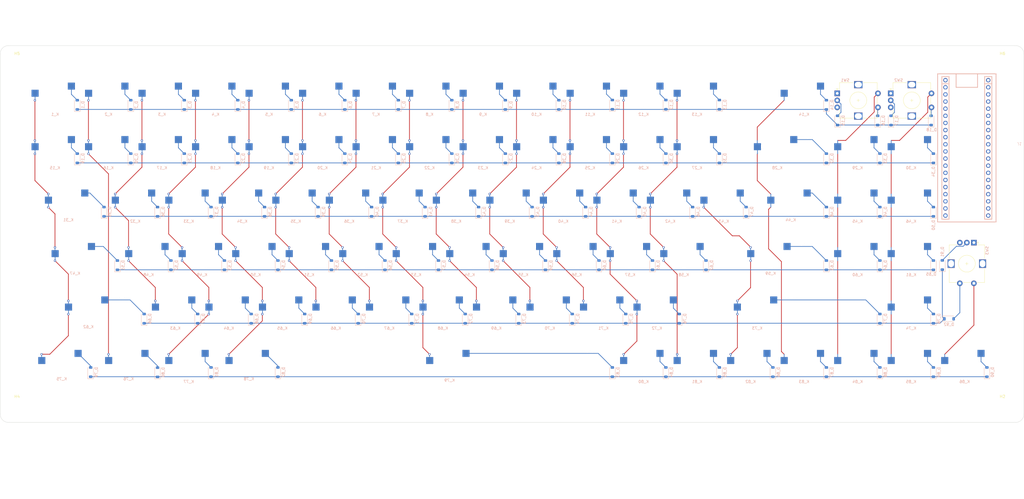
<source format=kicad_pcb>
(kicad_pcb (version 20240108) (generator "pcbnew") (generator_version "8.0")
  (layers (0 "F.Cu" signal) (31 "B.Cu" jumper) (34 "B.Paste" user) (35 "F.Paste" user) (36 "B.SilkS" user "B.Silkscreen") (37 "F.SilkS" user "F.Silkscreen") (38 "B.Mask" user) (39 "F.Mask" user) (44 "Edge.Cuts" user))
  (net 0 "")
  (net 1 "col0")
  (net 2 "col1")
  (net 3 "col2")
  (net 4 "col3")
  (net 5 "col4")
  (net 6 "col5")
  (net 7 "col6")
  (net 8 "col7")
  (net 9 "col8")
  (net 10 "col9")
  (net 11 "col10")
  (net 12 "col11")
  (net 13 "col12")
  (net 14 "col14")
  (net 15 "col17")
  (net 16 "row1")
  (net 17 "row2")
  (net 18 "row3")
  (net 19 "row4")
  (net 20 "row5")
  (net 21 "Net-(D_1-A)")
  (net 22 "Net-(D_2-A)")
  (net 23 "Net-(D_3-A)")
  (net 24 "Net-(D_4-A)")
  (net 25 "Net-(D_5-A)")
  (net 26 "Net-(D_6-A)")
  (net 27 "Net-(D_7-A)")
  (net 28 "Net-(D_8-A)")
  (net 29 "Net-(D_9-A)")
  (net 30 "Net-(D_10-A)")
  (net 31 "Net-(D_11-A)")
  (net 32 "Net-(D_12-A)")
  (net 33 "Net-(D_13-A)")
  (net 34 "col20")
  (net 35 "Net-(D_16-A)")
  (net 36 "Net-(D_17-A)")
  (net 37 "Net-(D_18-A)")
  (net 38 "Net-(D_19-A)")
  (net 39 "Net-(D_20-A)")
  (net 40 "Net-(D_21-A)")
  (net 41 "Net-(D_22-A)")
  (net 42 "Net-(D_23-A)")
  (net 43 "Net-(D_24-A)")
  (net 44 "Net-(D_25-A)")
  (net 45 "Net-(D_26-A)")
  (net 46 "Net-(D_27-A)")
  (net 47 "Net-(D_28-A)")
  (net 48 "Net-(D_29-A)")
  (net 49 "Net-(D_30-A)")
  (net 50 "Net-(D_31-A)")
  (net 51 "Net-(D_32-A)")
  (net 52 "col21")
  (net 53 "Net-(D_34-A)")
  (net 54 "Net-(D_35-A)")
  (net 55 "Net-(D_36-A)")
  (net 56 "Net-(D_37-A)")
  (net 57 "Net-(D_38-A)")
  (net 58 "Net-(D_39-A)")
  (net 59 "Net-(D_40-A)")
  (net 60 "Net-(D_41-A)")
  (net 61 "Net-(D_42-A)")
  (net 62 "Net-(D_43-A)")
  (net 63 "Net-(D_44-A)")
  (net 64 "Net-(D_45-A)")
  (net 65 "Net-(D_46-A)")
  (net 66 "Net-(D_47-A)")
  (net 67 "Net-(D_48-A)")
  (net 68 "Net-(D_49-A)")
  (net 69 "col16")
  (net 70 "Net-(D_51-A)")
  (net 71 "Net-(D_52-A)")
  (net 72 "Net-(D_53-A)")
  (net 73 "Net-(D_54-A)")
  (net 74 "Net-(D_55-A)")
  (net 75 "Net-(D_56-A)")
  (net 76 "Net-(D_57-A)")
  (net 77 "Net-(D_58-A)")
  (net 78 "Net-(D_59-A)")
  (net 79 "Net-(D_60-A)")
  (net 80 "Net-(D_61-A)")
  (net 81 "Net-(D_62-A)")
  (net 82 "Net-(D_63-A)")
  (net 83 "Net-(D_64-A)")
  (net 84 "Net-(D_65-A)")
  (net 85 "col15")
  (net 86 "Net-(D_67-A)")
  (net 87 "Net-(D_68-A)")
  (net 88 "Net-(D_69-A)")
  (net 89 "Net-(D_70-A)")
  (net 90 "Net-(D_71-A)")
  (net 91 "Net-(D_72-A)")
  (net 92 "Net-(D_73-A)")
  (net 93 "Net-(D_74-A)")
  (net 94 "Net-(D_75-A)")
  (net 95 "Net-(D_76-A)")
  (net 96 "Net-(D_77-A)")
  (net 97 "Net-(D_78-A)")
  (net 98 "Net-(D_14-A)")
  (net 99 "Net-(D_80-A)")
  (net 100 "Net-(D_15-A)")
  (net 101 "Net-(D_82-A)")
  (net 102 "Net-(D_83-A)")
  (net 103 "Net-(D_84-A)")
  (net 104 "Net-(D_85-A)")
  (net 105 "Net-(D_86-A)")
  (net 106 "Net-(D_87-A)")
  (net 107 "Net-(D_88-A)")
  (net 108 "Net-(D_89-A)")
  (net 109 "Net-(D_90-A)")
  (net 110 "Net-(D_33-A)")
  (net 111 "Net-(D_50-A)")
  (net 112 "Net-(D_66-A)")
  (net 113 "Net-(D_79-A)")
  (net 154 "Net-(D_81-A)")
  (net 155 "col19")
  (net 156 "Net-(K_43-COL)")
  (net 157 "col18")
  (net 158 "row0")
  (net 159 "Net-(D_91-A)")
  (net 160 "Net-(D_92-A)")
  (net 161 "col23")
  (net 162 "col22")
  (footprint "MX_Only:MXOnly-1U-Hotswap" (layer "F.Cu") (at 369.8875 157.1625)
    (property "Reference" "K_81")
    (property "Value" "KEYSW")
  )
  (footprint "MX_Only:MXOnly-1U-Hotswap" (layer "F.Cu") (at 293.6875 61.9125)
    (property "Reference" "K_9")
    (property "Value" "KEYSW")
  )
  (footprint "MX_Only:MXOnly-1U-Hotswap" (layer "F.Cu") (at 198.4375 80.9625)
    (property "Reference" "K_18")
    (property "Value" "KEYSW")
  )
  (footprint "MX_Only:MXOnly-1U-Hotswap" (layer "F.Cu") (at 274.6375 80.9625)
    (property "Reference" "K_22")
    (property "Value" "KEYSW")
  )
  (footprint "MX_Only:MXOnly-1U-Hotswap" (layer "F.Cu") (at 355.6 138.1125)
    (property "Reference" "K_72")
    (property "Value" "KEYSW")
  )
  (footprint "MX_Only:MXOnly-1U-Hotswap" (layer "F.Cu") (at 212.725 119.0625)
    (property "Reference" "K_50")
    (property "Value" "KEYSW")
  )
  (footprint "MX_Only:MXOnly-1U-Hotswap" (layer "F.Cu") (at 331.7875 80.9625)
    (property "Reference" "K_25")
    (property "Value" "KEYSW")
  )
  (footprint "MX_Only:MXOnly-1U-Hotswap" (layer "F.Cu") (at 427.0375 100.0125)
    (property "Reference" "K_45")
    (property "Value" "KEYSW" (hide yes))
  )
  (footprint "MX_Only:MXOnly-6.25U-Hotswap" (layer "F.Cu") (at 281.78125 157.1625)
    (property "Reference" "K_79")
    (property "Value" "KEYSW")
  )
  (footprint "MX_Only:MXOnly-1U-Hotswap" (layer "F.Cu") (at 255.5875 80.9625)
    (property "Reference" "K_21")
    (property "Value" "KEYSW")
  )
  (footprint "MX_Only:MXOnly-1U-Hotswap" (layer "F.Cu") (at 241.3 138.1125)
    (property "Reference" "K_66")
    (property "Value" "KEYSW")
  )
  (footprint "MX_Only:MXOnly-1U-Hotswap" (layer "F.Cu") (at 193.675 119.0625)
    (property "Reference" "K_49")
    (property "Value" "KEYSW")
  )
  (footprint "MX_Only:MXOnly-1U-Hotswap" (layer "F.Cu") (at 312.7375 61.9125)
    (property "Reference" "K_10")
    (property "Value" "KEYSW")
  )
  (footprint "MX_Only:MXOnly-1U-Hotswap" (layer "F.Cu") (at 141.2875 80.9625)
    (property "Reference" "K_15")
    (property "Value" "KEYSW")
  )
  (footprint "MX_Only:MXOnly-1U-Hotswap" (layer "F.Cu") (at 446.0875 80.9625)
    (property "Reference" "K_30")
    (property "Value" "KEYSW" (hide yes))
  )
  (footprint "MX_Only:MXOnly-1U-Hotswap" (layer "F.Cu") (at 255.5875 61.9125)
    (property "Reference" "K_7")
    (property "Value" "KEYSW")
  )
  (footprint "MX_Only:MXOnly-1U-Hotswap" (layer "F.Cu") (at 407.9875 157.1625)
    (property "Reference" "K_83")
    (property "Value" "KEYSW" (hide yes))
  )
  (footprint "MX_Only:MXOnly-1U-Hotswap" (layer "F.Cu") (at 365.125 119.0625)
    (property "Reference" "K_58")
    (property "Value" "KEYSW")
  )
  (footprint "MX_Only:MXOnly-1U-Hotswap" (layer "F.Cu") (at 169.8625 100.0125)
    (property "Reference" "K_32")
    (property "Value" "KEYSW")
  )
  (footprint "MX_Only:MXOnly-1U-Hotswap" (layer "F.Cu") (at 160.3375 61.9125)
    (property "Reference" "K_2")
    (property "Value" "KEYSW")
  )
  (footprint "MX_Only:MXOnly-1U-Hotswap" (layer "F.Cu") (at 298.45 138.1125)
    (property "Reference" "K_69")
    (property "Value" "KEYSW")
  )
  (footprint "MX_Only:MXOnly-1U-Hotswap" (layer "F.Cu") (at 350.8375 61.9125)
    (property "Reference" "K_12")
    (property "Value" "KEYSW")
  )
  (footprint "MX_Only:MXOnly-1.75U-Hotswap" (layer "F.Cu") (at 148.43125 119.0625)
    (property "Reference" "K_47")
    (property "Value" "KEYSW")
  )
  (footprint "MX_Only:MXOnly-1U-Hotswap" (layer "F.Cu") (at 160.3375 80.9625)
    (property "Reference" "K_16")
    (property "Value" "KEYSW")
  )
  (footprint "MX_Only:MXOnly-1U-Hotswap" (layer "F.Cu") (at 179.3875 80.9625)
    (property "Reference" "K_17")
    (property "Value" "KEYSW")
  )
  (footprint "MX_Only:MXOnly-1U-Hotswap" (layer "F.Cu") (at 265.1125 100.0125)
    (property "Reference" "K_37")
    (property "Value" "KEYSW")
  )
  (footprint "MX_Only:MXOnly-1U-Hotswap" (layer "F.Cu") (at 446.0875 119.0625)
    (property "Reference" "K_61")
    (property "Value" "KEYSW" (hide yes))
  )
  (footprint "MX_Only:MXOnly-1U-Hotswap" (layer "F.Cu") (at 465.1375 157.1625)
    (property "Reference" "K_86")
    (property "Value" "KEYSW" (hide yes))
  )
  (footprint "MX_Only:MXOnly-1U-Hotswap" (layer "F.Cu") (at 446.0875 138.1125)
    (property "Reference" "K_74")
    (property "Value" "KEYSW" (hide yes))
  )
  (footprint "MX_Only:MXOnly-1.25U-Hotswap" (layer "F.Cu") (at 210.34375 157.1625)
    (property "Reference" "K_78")
    (property "Value" "KEYSW")
  )
  (footprint "MX_Only:MXOnly-1U-Hotswap" (layer "F.Cu") (at 179.3875 61.9125)
    (property "Reference" "K_3")
    (property "Value" "KEYSW")
  )
  (footprint "MX_Only:MXOnly-1U-Hotswap" (layer "F.Cu") (at 198.4375 61.9125)
    (property "Reference" "K_4")
    (property "Value" "KEYSW")
  )
  (footprint "MX_Only:MXOnly-1U-Hotswap" (layer "F.Cu") (at 307.975 119.0625)
    (property "Reference" "K_55")
    (property "Value" "KEYSW")
  )
  (footprint "MountingHole:MountingHole_2.2mm_M2" (layer "F.Cu") (at 127.79375 170.65625)
    (property "Reference" "H4")
    (property "Value" "MountingHole")
  )
  (footprint "MX_Only:MXOnly-2.25U-Hotswap" (layer "F.Cu") (at 153.19375 138.1125)
    (property "Reference" "K_62")
    (property "Value" "KEYSW")
  )
  (footprint "MX_Only:MXOnly-1U-Hotswap" (layer "F.Cu") (at 303.2125 100.0125)
    (property "Reference" "K_39")
    (property "Value" "KEYSW")
  )
  (footprint "MX_Only:MXOnly-1.25U-Hotswap" (layer "F.Cu") (at 143.66875 157.1625)
    (property "Reference" "K_75")
    (property "Value" "KEYSW")
  )
  (footprint "MX_Only:MXOnly-1.5U-Hotswap" (layer "F.Cu") (at 403.225 100.0125)
    (property "Reference" "K_44")
    (property "Value" "KEYSW" (hide yes))
  )
  (footprint "MX_Only:MXOnly-1U-Hotswap" (layer "F.Cu") (at 312.7375 80.9625)
    (property "Reference" "K_24")
    (property "Value" "KEYSW")
  )
  (footprint "MX_Only:MXOnly-1U-Hotswap" (layer "F.Cu") (at 388.9375 157.1625)
    (property "Reference" "K_82")
    (property "Value" "KEYSW")
  )
  (footprint "MX_Only:MXOnly-1.5U-Hotswap" (layer "F.Cu") (at 146.05 100.0125)
    (property "Reference" "K_31")
    (property "Value" "KEYSW")
  )
  (footprint "MX_Only:MXOnly-1U-Hotswap" (layer "F.Cu") (at 260.35 138.1125)
    (property "Reference" "K_67")
    (property "Value" "KEYSW")
  )
  (footprint "MX_Only:MXOnly-1U-Hotswap" (layer "F.Cu") (at 327.025 119.0625)
    (property "Reference" "K_56")
    (property "Value" "KEYSW")
  )
  (footprint "MountingHole:MountingHole_2.2mm_M2" (layer "F.Cu") (at 478.63125 170.65625)
    (property "Reference" "H2")
    (property "Value" "MountingHole")
  )
  (footprint "MountingHole:MountingHole_2.2mm_M2" (layer "F.Cu") (at 478.63125 48.41875)
    (property "Reference" "H6")
    (property "Value" "MountingHole")
  )
  (footprint "MX_Only:MXOnly-1U-Hotswap" (layer "F.Cu") (at 317.5 138.1125)
    (property "Reference" "K_70")
    (property "Value" "KEYSW")
  )
  (footprint "MX_Only:MXOnly-1U-Hotswap" (layer "F.Cu") (at 246.0625 100.0125)
    (property "Reference" "K_36")
    (property "Value" "KEYSW")
  )
  (footprint "MX_Only:MXOnly-1U-Hotswap" (layer "F.Cu") (at 360.3625 100.0125)
    (property "Reference" "K_42")
    (property "Value" "KEYSW")
  )
  (footprint "MX_Only:MXOnly-1U-Hotswap" (layer "F.Cu") (at 222.25 138.1125)
    (property "Reference" "K_65")
    (property "Value" "KEYSW")
  )
  (footprint "MX_Only:MXOnly-1U-Hotswap" (layer "F.Cu") (at 207.9625 100.0125)
    (property "Reference" "K_34")
    (property "Value" "KEYSW")
  )
  (footprint "MX_Only:MXOnly-1U-Hotswap" (layer "F.Cu") (at 446.0875 157.1625)
    (property "Reference" "K_85")
    (property "Value" "KEYSW" (hide yes))
  )
  (footprint "MX_Only:MXOnly-1U-Hotswap" (layer "F.Cu") (at 288.925 119.0625)
    (property "Reference" "K_54")
    (property "Value" "KEYSW")
  )
  (footprint "MX_Only:MXOnly-1U-Hotswap" (layer "F.Cu") (at 322.2625 100.0125)
    (property "Reference" "K_40")
    (property "Value" "KEYSW")
  )
  (footprint "MX_Only:MXOnly-1U-Hotswap" (layer "F.Cu") (at 279.4 138.1125)
    (property "Reference" "K_68")
    (property "Value" "KEYSW")
  )
  (footprint "Rotary_Encoder:RotaryEncoder_Alps_EC12E-Switch_Vertical_H20mm" (layer "F.Cu") (at 419.7875 59.4125)
    (property "Reference" "SW1")
    (property "Value" "RotaryEncoder_Switch")
  )
  (footprint "MX_Only:MXOnly-1U-Hotswap" (layer "F.Cu") (at 274.6375 61.9125)
    (property "Reference" "K_8")
    (property "Value" "KEYSW")
  )
  (footprint "MX_Only:MXOnly-1U-Hotswap" (layer "F.Cu") (at 369.8875 80.9625)
    (property "Reference" "K_27")
    (property "Value" "KEYSW")
  )
  (footprint "MX_Only:MXOnly-1U-Hotswap" (layer "F.Cu") (at 427.0375 157.1625)
    (property "Reference" "K_84")
    (property "Value" "KEYSW" (hide yes))
  )
  (footprint "MX_Only:MXOnly-1U-Hotswap" (layer "F.Cu") (at 350.8375 80.9625)
    (property "Reference" "K_26")
    (property "Value" "KEYSW")
  )
  (footprint "MX_Only:MXOnly-1U-Hotswap" (layer "F.Cu") (at 331.7875 61.9125)
    (property "Reference" "K_11")
    (property "Value" "KEYSW")
  )
  (footprint "MX_Only:MXOnly-1U-Hotswap" (layer "F.Cu") (at 227.0125 100.0125)
    (property "Reference" "K_35")
    (property "Value" "KEYSW")
  )
  (footprint "MX_Only:MXOnly-1U-Hotswap" (layer "F.Cu") (at 184.15 138.1125)
    (property "Reference" "K_63")
    (property "Value" "KEYSW")
  )
  (footprint "MX_Only:MXOnly-1U-Hotswap" (layer "F.Cu") (at 427.0375 80.9625)
    (property "Reference" "K_29")
    (property "Value" "KEYSW" (hide yes))
  )
  (footprint "MX_Only:MXOnly-1U-Hotswap" (layer "F.Cu") (at 346.075 119.0625)
    (property "Reference" "K_57")
    (property "Value" "KEYSW")
  )
  (footprint "Rotary_Encoder:RotaryEncoder_Alps_EC12E-Switch_Vertical_H20mm" (layer "F.Cu") (at 438.8375 59.4125)
    (property "Reference" "SW2")
    (property "Value" "RotaryEncoder_Switch")
  )
  (footprint "Rotary_Encoder:RotaryEncoder_Alps_EC12E-Switch_Vertical_H20mm" (layer "F.Cu") (at 468.43125 112.60625 -90)
    (property "Reference" "SW3")
    (property "Value" "RotaryEncoder_Switch")
  )
  (footprint "MX_Only:MXOnly-1U-Hotswap" (layer "F.Cu") (at 203.2 138.1125)
    (property "Reference" "K_64")
    (property "Value" "KEYSW")
  )
  (footprint "MX_Only:MXOnly-1U-Hotswap" (layer "F.Cu") (at 250.825 119.0625)
    (property "Reference" "K_52")
    (property "Value" "KEYSW")
  )
  (footprint "MX_Only:MXOnly-1U-Hotswap" (layer "F.Cu") (at 293.6875 80.9625)
    (property "Reference" "K_23")
    (property "Value" "KEYSW")
  )
  (footprint "MX_Only:MXOnly-1U-Hotswap" (layer "F.Cu") (at 217.4875 80.9625)
    (property "Reference" "K_19")
    (property "Value" "KEYSW")
  )
  (footprint "MX_Only:MXOnly-1U-Hotswap" (layer "F.Cu") (at 217.4875 61.9125)
    (property "Reference" "K_5")
    (property "Value" "KEYSW")
  )
  (footprint "MX_Only:MXOnly-1U-Hotswap" (layer "F.Cu") (at 188.9125 157.1625)
    (property "Reference" "K_77")
    (property "Value" "KEYSW")
  )
  (footprint "MX_Only:MXOnly-2.75U-Hotswap" (layer "F.Cu") (at 391.31875 138.1125)
    (property "Reference" "K_73")
    (property "Value" "KEYSW")
  )
  (footprint "MX_Only:MXOnly-1U-Hotswap" (layer "F.Cu") (at 427.0375 119.0625)
    (property "Reference" "K_60")
    (property "Value" "KEYSW" (hide yes))
  )
  (footprint "MX_Only:MXOnly-1U-Hotswap" (layer "F.Cu") (at 350.8375 157.1625)
    (property "Reference" "K_80")
    (property "Value" "KEYSW")
  )
  (footprint "MountingHole:MountingHole_2.2mm_M2" (layer "F.Cu") (at 127.79375 48.41875)
    (property "Reference" "H5")
    (property "Value" "MountingHole")
  )
  (footprint "MX_Only:MXOnly-1U-Hotswap" (layer "F.Cu") (at 236.5375 61.9125)
    (property "Reference" "K_6")
    (property "Value" "KEYSW")
  )
  (footprint "MX_Only:MXOnly-1U-Hotswap" (layer "F.Cu") (at 174.625 119.0625)
    (property "Reference" "K_48")
    (property "Value" "KEYSW")
  )
  (footprint "MX_Only:MXOnly-1U-Hotswap" (layer "F.Cu") (at 407.9875 61.9125)
    (property "Reference" "K_14")
    (property "Value" "KEYSW" (hide yes))
  )
  (footprint "MX_Only:MXOnly-1U-Hotswap" (layer "F.Cu") (at 236.5375 80.9625)
    (property "Reference" "K_20")
    (property "Value" "KEYSW")
  )
  (footprint "MX_Only:MXOnly-2U-Hotswap" (layer "F.Cu") (at 398.4625 80.9625)
    (property "Reference" "K_28")
    (property "Value" "KEYSW" (hide yes))
  )
  (footprint "MX_Only:MXOnly-1U-Hotswap" (layer "F.Cu") (at 231.775 119.0625)
    (property "Reference" "K_51")
    (property "Value" "KEYSW")
  )
  (footprint "MX_Only:MXOnly-1U-Hotswap" (layer "F.Cu") (at 284.1625 100.0125)
    (property "Reference" "K_38")
    (property "Value" "KEYSW")
  )
  (footprint "MX_Only:MXOnly-1U-Hotswap" (layer "F.Cu") (at 369.8875 61.9125)
    (property "Reference" "K_13")
    (property "Value" "KEYSW")
  )
  (footprint "MX_Only:MXOnly-1U-Hotswap" (layer "F.Cu") (at 141.2875 61.9125)
    (property "Reference" "K_1")
    (property "Value" "KEYSW")
  )
  (footprint "MX_Only:MXOnly-1U-Hotswap" (layer "F.Cu") (at 188.9125 100.0125)
    (property "Reference" "K_33")
    (property "Value" "KEYSW")
  )
  (footprint "MX_Only:MXOnly-1U-Hotswap" (layer "F.Cu") (at 269.875 119.0625)
    (property "Reference" "K_53")
    (property "Value" "KEYSW")
  )
  (footprint "MX_Only:MXOnly-1U-Hotswap" (layer "F.Cu") (at 446.0875 100.0125)
    (property "Reference" "K_46")
    (property "Value" "KEYSW" (hide yes))
  )
  (footprint "MX_Only:MXOnly-1U-Hotswap" (layer "F.Cu") (at 341.3125 100.0125)
    (property "Reference" "K_41")
    (property "Value" "KEYSW")
  )
  (footprint "MX_Only:MXOnly-2.25U-Hotswap" (layer "F.Cu") (at 396.08125 119.0625)
    (property "Reference" "K_59")
    (property "Value" "KEYSW" (hide yes))
  )
  (footprint "MX_Only:MXOnly-1.25U-Hotswap" (layer "F.Cu") (at 167.48125 157.1625)
    (property "Reference" "K_76")
    (property "Value" "KEYSW")
  )
  (footprint "MX_Only:MXOnly-1U-Hotswap" (layer "F.Cu") (at 336.55 138.1125)
    (property "Reference" "K_71")
    (property "Value" "KEYSW")
  )
  (footprint "MX_Only:MXOnly-1U-Hotswap" (layer "F.Cu") (at 379.4125 100.0125)
    (property "Reference" "K_43")
    (property "Value" "KEYSW")
  )
  (footprint "Diode_SMD:D_SOD-123" (layer "B.Cu") (at 434.975 101.6 90)
    (property "Reference" "D_49")
    (property "Value" "D")
  )
  (footprint "Diode_SMD:D_SOD-123" (layer "B.Cu") (at 320.675 82.55 90)
    (property "Reference" "D_28")
    (property "Value" "D")
  )
  (footprint "Diode_SMD:D_SOD-123" (layer "B.Cu") (at 459.58125 139.7625)
    (property "Reference" "D_92")
    (property "Value" "D")
  )
  (footprint "Diode_SMD:D_SOD-123" (layer "B.Cu") (at 457.2 120.5875 90)
    (property "Reference" "D_91")
    (property "Value" "D")
  )
  (footprint "Diode_SMD:D_SOD-123" (layer "B.Cu") (at 263.525 82.55 90)
    (property "Reference" "D_25")
    (property "Value" "D")
  )
  (footprint "Diode_SMD:D_SOD-123" (layer "B.Cu") (at 454.025 139.7 90)
    (property "Reference" "D_78")
    (property "Value" "D")
  )
  (footprint "Diode_SMD:D_SOD-123" (layer "B.Cu") (at 354.0125 120.65 90)
    (property "Reference" "D_61")
    (property "Value" "D")
  )
  (footprint "Diode_SMD:D_SOD-123" (layer "B.Cu") (at 339.725 82.55 90)
    (property "Reference" "D_29")
    (property "Value" "D")
  )
  (footprint "Diode_SMD:D_SOD-123" (layer "B.Cu") (at 292.1 101.6 90)
    (property "Reference" "D_42")
    (property "Value" "D")
  )
  (footprint "Diode_SMD:D_SOD-123" (layer "B.Cu") (at 301.625 63.5 90)
    (property "Reference" "D_9")
    (property "Value" "D")
  )
  (footprint "Diode_SMD:D_SOD-123" (layer "B.Cu") (at 415.925 101.6 90)
    (property "Reference" "D_48")
    (property "Value" "D")
  )
  (footprint "Diode_SMD:D_SOD-123" (layer "B.Cu") (at 368.3 101.6 90)
    (property "Reference" "D_46")
    (property "Value" "D")
  )
  (footprint "Diode_SMD:D_SOD-123" (layer "B.Cu") (at 258.7625 120.65 90)
    (property "Reference" "D_56")
    (property "Value" "D")
  )
  (footprint "Diode_SMD:D_SOD-123" (layer "B.Cu") (at 187.325 63.5 90)
    (property "Reference" "D_3")
    (property "Value" "D")
  )
  (footprint "Diode_SMD:D_SOD-123" (layer "B.Cu") (at 453.23125 69.05625 90)
    (property "Reference" "D_18")
    (property "Value" "D")
  )
  (footprint "Diode_SMD:D_SOD-123" (layer "B.Cu") (at 249.2375 139.7 90)
    (property "Reference" "D_70")
    (property "Value" "D")
  )
  (footprint "Diode_SMD:D_SOD-123" (layer "B.Cu") (at 211.1375 139.7 90)
    (property "Reference" "D_68")
    (property "Value" "D")
  )
  (footprint "Diode_SMD:D_SOD-123" (layer "B.Cu") (at 287.3375 139.7 90)
    (property "Reference" "D_72")
    (property "Value" "D")
  )
  (footprint "Diode_SMD:D_SOD-123" (layer "B.Cu") (at 244.475 63.5 90)
    (property "Reference" "D_6")
    (property "Value" "D")
  )
  (footprint "Diode_SMD:D_SOD-123" (layer "B.Cu") (at 282.575 63.5 90)
    (property "Reference" "D_8")
    (property "Value" "D")
  )
  (footprint "Diode_SMD:D_SOD-123" (layer "B.Cu") (at 306.3875 139.7 90)
    (property "Reference" "D_73")
    (property "Value" "D")
  )
  (footprint "Diode_SMD:D_SOD-123" (layer "B.Cu") (at 415.925 63.5 90)
    (property "Reference" "D_14")
    (property "Value" "D")
  )
  (footprint "Diode_SMD:D_SOD-123" (layer "B.Cu") (at 296.8625 120.65 90)
    (property "Reference" "D_58")
    (property "Value" "D")
  )
  (footprint "Diode_SMD:D_SOD-123" (layer "B.Cu") (at 192.0875 139.7 90)
    (property "Reference" "D_67")
    (property "Value" "D")
  )
  (footprint "Diode_SMD:D_SOD-123" (layer "B.Cu") (at 234.95 101.6 90)
    (property "Reference" "D_39")
    (property "Value" "D")
  )
  (footprint "Diode_SMD:D_SOD-123" (layer "B.Cu") (at 473.075 158.75 90)
    (property "Reference" "D_90")
    (property "Value" "D")
  )
  (footprint "Diode_SMD:D_SOD-123" (layer "B.Cu") (at 268.2875 139.7 90)
    (property "Reference" "D_71")
    (property "Value" "D")
  )
  (footprint "Diode_SMD:D_SOD-123" (layer "B.Cu") (at 201.6125 120.65 90)
    (property "Reference" "D_53")
    (property "Value" "D")
  )
  (footprint "Diode_SMD:D_SOD-123" (layer "B.Cu") (at 434.975 82.55 90)
    (property "Reference" "D_33")
    (property "Value" "D")
  )
  (footprint "Diode_SMD:D_SOD-123" (layer "B.Cu") (at 225.425 63.5 90)
    (property "Reference" "D_5")
    (property "Value" "D")
  )
  (footprint "Diode_SMD:D_SOD-123" (layer "B.Cu") (at 230.1875 139.7 90)
    (property "Reference" "D_69")
    (property "Value" "D")
  )
  (footprint "Diode_SMD:D_SOD-123" (layer "B.Cu") (at 196.85 101.6 90)
    (property "Reference" "D_37")
    (property "Value" "D")
  )
  (footprint "Diode_SMD:D_SOD-123" (layer "B.Cu") (at 415.925 158.75 90)
    (property "Reference" "D_87")
    (property "Value" "D")
  )
  (footprint "Diode_SMD:D_SOD-123" (layer "B.Cu") (at 163.5125 120.65 90)
    (property "Reference" "D_51")
    (property "Value" "D")
  )
  (footprint "Diode_SMD:D_SOD-123" (layer "B.Cu") (at 215.9 101.6 90)
    (property "Reference" "D_38")
    (property "Value" "D")
  )
  (footprint "Diode_SMD:D_SOD-123" (layer "B.Cu") (at 187.325 82.55 90)
    (property "Reference" "D_21")
    (property "Value" "D")
  )
  (footprint "Diode_SMD:D_SOD-123" (layer "B.Cu") (at 320.675 63.5 90)
    (property "Reference" "D_10")
    (property "Value" "D")
  )
  (footprint "Diode_SMD:D_SOD-123" (layer "B.Cu") (at 149.225 82.55 90)
    (property "Reference" "D_19")
    (property "Value" "D")
  )
  (footprint "Diode_SMD:D_SOD-123" (layer "B.Cu") (at 434.975 158.75 90)
    (property "Reference" "D_88")
    (property "Value" "D")
  )
  (footprint "Diode_SMD:D_SOD-123" (layer "B.Cu") (at 349.25 101.6 90)
    (property "Reference" "D_45")
    (property "Value" "D")
  )
  (footprint "Diode_SMD:D_SOD-123" (layer "B.Cu") (at 373.0625 120.65 90)
    (property "Reference" "D_62")
    (property "Value" "D")
  )
  (footprint "Diode_SMD:D_SOD-123" (layer "B.Cu") (at 168.275 82.55 90)
    (property "Reference" "D_20")
    (property "Value" "D")
  )
  (footprint "Diode_SMD:D_SOD-123" (layer "B.Cu") (at 339.725 158.75 90)
    (property "Reference" "D_83")
    (property "Value" "D")
  )
  (footprint "Diode_SMD:D_SOD-123" (layer "B.Cu") (at 254 101.6 90)
    (property "Reference" "D_40")
    (property "Value" "D")
  )
  (footprint "Diode_SMD:D_SOD-123" (layer "B.Cu") (at 415.925 120.65 90)
    (property "Reference" "D_63")
    (property "Value" "D")
  )
  (footprint "Diode_SMD:D_SOD-123" (layer "B.Cu") (at 334.9625 120.65 90)
    (property "Reference" "D_60")
    (property "Value" "D")
  )
  (footprint "Diode_SMD:D_SOD-123" (layer "B.Cu") (at 239.7125 120.65 90)
    (property "Reference" "D_55")
    (property "Value" "D")
  )
  (footprint "Diode_SMD:D_SOD-123" (layer "B.Cu") (at 206.375 82.55 90)
    (property "Reference" "D_22")
    (property "Value" "D")
  )
  (footprint "Diode_SMD:D_SOD-123" (layer "B.Cu") (at 182.5625 120.65 90)
    (property "Reference" "D_52")
    (property "Value" "D")
  )
  (footprint "Diode_SMD:D_SOD-123" (layer "B.Cu") (at 158.75 101.6 90)
    (property "Reference" "D_35")
    (property "Value" "D")
  )
  (footprint "Diode_SMD:D_SOD-123" (layer "B.Cu") (at 325.4375 139.7 90)
    (property "Reference" "D_74")
    (property "Value" "D")
  )
  (footprint "Diode_SMD:D_SOD-123" (layer "B.Cu") (at 358.775 63.4375 90)
    (property "Reference" "D_12")
    (property "Value" "D")
  )
  (footprint "Diode_SMD:D_SOD-123" (layer "B.Cu") (at 330.2 101.6 90)
    (property "Reference" "D_44")
    (property "Value" "D")
  )
  (footprint "Diode_SMD:D_SOD-123" (layer "B.Cu") (at 196.85 158.75 90)
    (property "Reference" "D_81")
    (property "Value" "D")
  )
  (footprint "Diode_SMD:D_SOD-123" (layer "B.Cu") (at 419.89375 69.05625 90)
    (property "Reference" "D_15")
    (property "Value" "D")
  )
  (footprint "Diode_SMD:D_SOD-123" (layer "B.Cu") (at 434.975 139.7 90)
    (property "Reference" "D_77")
    (property "Value" "D")
  )
  (footprint "Diode_SMD:D_SOD-123" (layer "B.Cu") (at 358.775 82.55 90)
    (property "Reference" "D_30")
    (property "Value" "D")
  )
  (footprint "Diode_SMD:D_SOD-123" (layer "B.Cu") (at 277.8125 120.65 90)
    (property "Reference" "D_57")
    (property "Value" "D")
  )
  (footprint "Diode_SMD:D_SOD-123" (layer "B.Cu") (at 177.8 158.8125 90)
    (property "Reference" "D_80")
    (property "Value" "D")
  )
  (footprint "Diode_SMD:D_SOD-123" (layer "B.Cu") (at 344.4875 139.7 90)
    (property "Reference" "D_75")
    (property "Value" "D")
  )
  (footprint "Diode_SMD:D_SOD-123" (layer "B.Cu") (at 311.15 101.6 90)
    (property "Reference" "D_43")
    (property "Value" "D")
  )
  (footprint "Diode_SMD:D_SOD-123" (layer "B.Cu") (at 301.625 82.55 90)
    (property "Reference" "D_27")
    (property "Value" "D")
  )
  (footprint "Diode_SMD:D_SOD-123" (layer "B.Cu") (at 377.825 158.75 90)
    (property "Reference" "D_85")
    (property "Value" "D")
  )
  (footprint "Diode_SMD:D_SOD-123" (layer "B.Cu") (at 454.025 120.65 90)
    (property "Reference" "D_65")
    (property "Value" "D")
  )
  (footprint "Diode_SMD:D_SOD-123" (layer "B.Cu") (at 220.6625 120.65 90)
    (property "Reference" "D_54")
    (property "Value" "D")
  )
  (footprint "Diode_SMD:D_SOD-123" (layer "B.Cu") (at 339.725 63.4375 90)
    (property "Reference" "D_11")
    (property "Value" "D")
  )
  (footprint "Diode_SMD:D_SOD-123" (layer "B.Cu") (at 363.5375 139.7 90)
    (property "Reference" "D_76")
    (property "Value" "D")
  )
  (footprint "Diode_SMD:D_SOD-123" (layer "B.Cu") (at 282.575 82.55 90)
    (property "Reference" "D_26")
    (property "Value" "D")
  )
  (footprint "Diode_SMD:D_SOD-123" (layer "B.Cu") (at 454.025 158.75 90)
    (property "Reference" "D_89")
    (property "Value" "D")
  )
  (footprint "Diode_SMD:D_SOD-123" (layer "B.Cu") (at 153.9875 158.75 90)
    (property "Reference" "D_79")
    (property "Value" "D")
  )
  (footprint "Diode_SMD:D_SOD-123" (layer "B.Cu") (at 206.375 63.5 90)
    (property "Reference" "D_4")
    (property "Value" "D")
  )
  (footprint "my library:blackpill" (layer "B.Cu") (at 465.93125 78.8445)
    (property "Reference" "J1")
    (property "Value" "Conn_02x20_Top_Bottom")
  )
  (footprint "Diode_SMD:D_SOD-123" (layer "B.Cu") (at 149.225 63.5 90)
    (property "Reference" "D_1")
    (property "Value" "D")
  )
  (footprint "Diode_SMD:D_SOD-123" (layer "B.Cu") (at 387.35 101.6 90)
    (property "Reference" "D_47")
    (property "Value" "D")
  )
  (footprint "Diode_SMD:D_SOD-123" (layer "B.Cu") (at 220.6625 158.75 90)
    (property "Reference" "D_82")
    (property "Value" "D")
  )
  (footprint "Diode_SMD:D_SOD-123" (layer "B.Cu") (at 177.8 101.6 90)
    (property "Reference" "D_36")
    (property "Value" "D")
  )
  (footprint "Diode_SMD:D_SOD-123" (layer "B.Cu") (at 438.94375 69.05625 90)
    (property "Reference" "D_17")
    (property "Value" "D")
  )
  (footprint "Diode_SMD:D_SOD-123" (layer "B.Cu") (at 168.275 63.5 90)
    (property "Reference" "D_2")
    (property "Value" "D")
  )
  (footprint "Diode_SMD:D_SOD-123" (layer "B.Cu") (at 358.775 158.75 90)
    (property "Reference" "D_84")
    (property "Value" "D")
  )
  (footprint "Diode_SMD:D_SOD-123" (layer "B.Cu") (at 173.0375 139.7 90)
    (property "Reference" "D_66")
    (property "Value" "D")
  )
  (footprint "Diode_SMD:D_SOD-123" (layer "B.Cu") (at 225.425 82.55 90)
    (property "Reference" "D_23")
    (property "Value" "D")
  )
  (footprint "Diode_SMD:D_SOD-123" (layer "B.Cu") (at 315.9125 120.65 90)
    (property "Reference" "D_59")
    (property "Value" "D")
  )
  (footprint "Diode_SMD:D_SOD-123" (layer "B.Cu") (at 434.975 120.65 90)
    (property "Reference" "D_64")
    (property "Value" "D")
  )
  (footprint "Diode_SMD:D_SOD-123" (layer "B.Cu") (at 263.525 63.5 90)
    (property "Reference" "D_7")
    (property "Value" "D")
  )
  (footprint "Diode_SMD:D_SOD-123" (layer "B.Cu") (at 454.025 82.55 90)
    (property "Reference" "D_34")
    (property "Value" "D")
  )
  (footprint "Diode_SMD:D_SOD-123" (layer "B.Cu") (at 454.025 101.6 90)
    (property "Reference" "D_50")
    (property "Value" "D")
  )
  (footprint "Diode_SMD:D_SOD-123" (layer "B.Cu") (at 377.825 82.55 90)
    (property "Reference" "D_31")
    (property "Value" "D")
  )
  (footprint "Diode_SMD:D_SOD-123" (layer "B.Cu") (at 396.875 158.75 90)
    (property "Reference" "D_86")
    (property "Value" "D")
  )
  (footprint "Diode_SMD:D_SOD-123" (layer "B.Cu") (at 415.925 82.55 90)
    (property "Reference" "D_32")
    (property "Value" "D")
  )
  (footprint "Diode_SMD:D_SOD-123" (layer "B.Cu") (at 377.825 63.4375 90)
    (property "Reference" "D_13")
    (property "Value" "D")
  )
  (footprint "Diode_SMD:D_SOD-123" (layer "B.Cu") (at 273.05 101.6 90)
    (property "Reference" "D_41")
    (property "Value" "D")
  )
  (footprint "Diode_SMD:D_SOD-123" (layer "B.Cu") (at 434.18125 69.05625 90)
    (property "Reference" "D_16")
    (property "Value" "D")
  )
  (footprint "Diode_SMD:D_SOD-123" (layer "B.Cu") (at 244.475 82.55 90)
    (property "Reference" "D_24")
    (property "Value" "D")
  )
  (gr_arc (start 121.7625 45.3875) (mid 122.64118 43.26618) (end 124.7625 42.3875) (stroke (width 0.1)) (layer "Edge.Cuts"))
  (gr_line (start 121.7625 173.6875) (end 121.7625 45.3875) (stroke (width 0.1)) (layer "Edge.Cuts"))
  (gr_arc (start 124.7625 176.6875) (mid 122.64118 175.80882) (end 121.7625 173.6875) (stroke (width 0.1)) (layer "Edge.Cuts"))
  (gr_line (start 486.25 45.3875) (end 486.25 173.6875) (stroke (width 0.1)) (layer "Edge.Cuts"))
  (gr_line (start 483.25 176.6875) (end 124.7625 176.6875) (stroke (width 0.1)) (layer "Edge.Cuts"))
  (gr_arc (start 486.25 173.6875) (mid 485.37132 175.80882) (end 483.25 176.6875) (stroke (width 0.1)) (layer "Edge.Cuts"))
  (gr_arc (start 483.25 42.3875) (mid 485.37132 43.26618) (end 486.25 45.3875) (stroke (width 0.1)) (layer "Edge.Cuts"))
  (gr_line (start 124.7625 42.3875) (end 483.25 42.3875) (stroke (width 0.1)) (layer "Edge.Cuts"))
  (segment (start 141.2875 102.39375) (end 141.2875 114.3) (width 0.25) (layer "F.Cu") (net 1))
  (segment (start 134.14375 61.9125) (end 134.14375 76.2) (width 0.25) (layer "F.Cu") (net 1))
  (segment (start 146.05 145.7796) (end 139.4296 152.4) (width 0.25) (layer "F.Cu") (net 1))
  (segment (start 134.14375 90.4875) (end 138.90625 95.25) (width 0.25) (layer "F.Cu") (net 1))
  (segment (start 141.2875 119.0625) (end 146.05 123.825) (width 0.25) (layer "F.Cu") (net 1))
  (segment (start 146.05 138.1125) (end 146.05 145.7796) (width 0.25) (layer "F.Cu") (net 1))
  (segment (start 139.4296 152.4) (end 136.525 152.4) (width 0.25) (layer "F.Cu") (net 1))
  (segment (start 134.14375 80.9625) (end 134.14375 90.4875) (width 0.25) (layer "F.Cu") (net 1))
  (segment (start 138.90625 100.0125) (end 141.2875 102.39375) (width 0.25) (layer "F.Cu") (net 1))
  (segment (start 146.05 123.825) (end 146.05 133.35) (width 0.25) (layer "F.Cu") (net 1))
  (via (at 138.90625 100.0125) (size 0.8) (drill 0.4) (layers "F.Cu" "B.Cu") (net 1))
  (via (at 146.05 133.35) (size 0.8) (drill 0.4) (layers "F.Cu" "B.Cu") (net 1))
  (via (at 141.2875 119.0625) (size 0.8) (drill 0.4) (layers "F.Cu" "B.Cu") (net 1))
  (via (at 134.14375 80.9625) (size 0.8) (drill 0.4) (layers "F.Cu" "B.Cu") (net 1))
  (via (at 146.05 138.1125) (size 0.8) (drill 0.4) (layers "F.Cu" "B.Cu") (net 1))
  (via (at 141.2875 114.3) (size 0.8) (drill 0.4) (layers "F.Cu" "B.Cu") (net 1))
  (via (at 134.14375 61.9125) (size 0.8) (drill 0.4) (layers "F.Cu" "B.Cu") (net 1))
  (via (at 136.525 152.4) (size 0.8) (drill 0.4) (layers "F.Cu" "B.Cu") (net 1))
  (via (at 134.14375 76.2) (size 0.8) (drill 0.4) (layers "F.Cu" "B.Cu") (net 1))
  (via (at 138.90625 95.25) (size 0.8) (drill 0.4) (layers "F.Cu" "B.Cu") (net 1))
  (segment (start 146.10875 138.05375) (end 146.05 138.1125) (width 0.25) (layer "B.Cu") (net 1))
  (segment (start 136.525 154.56375) (end 136.58375 154.6225) (width 0.25) (layer "B.Cu") (net 1))
  (segment (start 134.14375 76.2) (end 134.14375 78.36375) (width 0.25) (layer "B.Cu") (net 1))
  (segment (start 141.2875 116.46375) (end 141.34625 116.5225) (width 0.25) (layer "B.Cu") (net 1))
  (segment (start 134.2025 61.85375) (end 134.14375 61.9125) (width 0.25) (layer "B.Cu") (net 1))
  (segment (start 134.2025 59.3725) (end 134.2025 61.85375) (width 0.25) (layer "B.Cu") (net 1))
  (segment (start 138.965 99.95375) (end 138.90625 100.0125) (width 0.25) (layer "B.Cu") (net 1))
  (segment (start 141.2875 114.3) (end 141.2875 116.46375) (width 0.25) (layer "B.Cu") (net 1))
  (segment (start 138.90625 95.25) (end 138.90625 97.41375) (width 0.25) (layer "B.Cu") (net 1))
  (segment (start 141.34625 116.5225) (end 141.34625 119.00375) (width 0.25) (layer "B.Cu") (net 1))
  (segment (start 146.10875 135.5725) (end 146.10875 138.05375) (width 0.25) (layer "B.Cu") (net 1))
  (segment (start 134.2025 80.90375) (end 134.14375 80.9625) (width 0.25) (layer "B.Cu") (net 1))
  (segment (start 134.2025 78.4225) (end 134.2025 80.90375) (width 0.25) (layer "B.Cu") (net 1))
  (segment (start 134.14375 78.36375) (end 134.2025 78.4225) (width 0.25) (layer "B.Cu") (net 1))
  (segment (start 138.965 97.4725) (end 138.965 99.95375) (width 0.25) (layer "B.Cu") (net 1))
  (segment (start 138.90625 97.41375) (end 138.965 97.4725) (width 0.25) (layer "B.Cu") (net 1))
  (segment (start 136.525 152.4) (end 136.525 154.56375) (width 0.25) (layer "B.Cu") (net 1))
  (segment (start 146.05 135.51375) (end 146.10875 135.5725) (width 0.25) (layer "B.Cu") (net 1))
  (segment (start 146.05 133.35) (end 146.05 135.51375) (width 0.25) (layer "B.Cu") (net 1))
  (segment (start 141.34625 119.00375) (end 141.2875 119.0625) (width 0.25) (layer "B.Cu") (net 1))
  (segment (start 153.19375 61.9125) (end 153.19375 76.2) (width 0.25) (layer "F.Cu") (net 2))
  (segment (start 160.3375 88.10625) (end 160.3375 152.4) (width 0.25) (layer "F.Cu") (net 2))
  (segment (start 153.19375 80.9625) (end 160.3375 88.10625) (width 0.25) (layer "F.Cu") (net 2))
  (via (at 153.19375 80.9625) (size 0.8) (drill 0.4) (layers "F.Cu" "B.Cu") (net 2))
  (via (at 160.3375 152.4) (size 0.8) (drill 0.4) (layers "F.Cu" "B.Cu") (net 2))
  (via (at 153.19375 76.2) (size 0.8) (drill 0.4) (layers "F.Cu" "B.Cu") (net 2))
  (via (at 153.19375 61.9125) (size 0.8) (drill 0.4) (layers "F.Cu" "B.Cu") (net 2))
  (segment (start 153.2525 78.4225) (end 153.2525 80.90375) (width 0.25) (layer "B.Cu") (net 2))
  (segment (start 153.19375 76.2) (end 153.19375 78.36375) (width 0.25) (layer "B.Cu") (net 2))
  (segment (start 153.2525 61.85375) (end 153.19375 61.9125) (width 0.25) (layer "B.Cu") (net 2))
  (segment (start 160.3375 154.56375) (end 160.39625 154.6225) (width 0.25) (layer "B.Cu") (net 2))
  (segment (start 160.3375 152.4) (end 160.3375 154.56375) (width 0.25) (layer "B.Cu") (net 2))
  (segment (start 153.2525 80.90375) (end 153.19375 80.9625) (width 0.25) (layer "B.Cu") (net 2))
  (segment (start 153.19375 78.36375) (end 153.2525 78.4225) (width 0.25) (layer "B.Cu") (net 2))
  (segment (start 153.2525 59.3725) (end 153.2525 61.85375) (width 0.25) (layer "B.Cu") (net 2))
  (segment (start 177.00625 128.5875) (end 167.48125 119.0625) (width 0.25) (layer "F.Cu") (net 3))
  (segment (start 172.24375 80.9625) (end 172.24375 85.725) (width 0.25) (layer "F.Cu") (net 3))
  (segment (start 167.48125 114.3) (end 167.48125 104.775) (width 0.25) (layer "F.Cu") (net 3))
  (segment (start 177.00625 133.35) (end 177.00625 128.5875) (width 0.25) (layer "F.Cu") (net 3))
  (segment (start 167.48125 104.775) (end 162.71875 100.0125) (width 0.25) (layer "F.Cu") (net 3))
  (segment (start 172.24375 85.725) (end 162.71875 95.25) (width 0.25) (layer "F.Cu") (net 3))
  (segment (start 172.24375 76.2) (end 172.24375 61.9125) (width 0.25) (layer "F.Cu") (net 3))
  (via (at 167.48125 114.3) (size 0.8) (drill 0.4) (layers "F.Cu" "B.Cu") (net 3))
  (via (at 162.71875 100.0125) (size 0.8) (drill 0.4) (layers "F.Cu" "B.Cu") (net 3))
  (via (at 162.71875 95.25) (size 0.8) (drill 0.4) (layers "F.Cu" "B.Cu") (net 3))
  (via (at 177.00625 133.35) (size 0.8) (drill 0.4) (layers "F.Cu" "B.Cu") (net 3))
  (via (at 172.24375 76.2) (size 0.8) (drill 0.4) (layers "F.Cu" "B.Cu") (net 3))
  (via (at 167.48125 119.0625) (size 0.8) (drill 0.4) (layers "F.Cu" "B.Cu") (net 3))
  (via (at 172.24375 80.9625) (size 0.8) (drill 0.4) (layers "F.Cu" "B.Cu") (net 3))
  (via (at 172.24375 61.9125) (size 0.8) (drill 0.4) (layers "F.Cu" "B.Cu") (net 3))
  (segment (start 172.3025 80.90375) (end 172.24375 80.9625) (width 0.25) (layer "B.Cu") (net 3))
  (segment (start 162.71875 95.25) (end 162.71875 97.41375) (width 0.25) (layer "B.Cu") (net 3))
  (segment (start 177.00625 133.35) (end 177.00625 135.51375) (width 0.25) (layer "B.Cu") (net 3))
  (segment (start 167.48125 116.46375) (end 167.54 116.5225) (width 0.25) (layer "B.Cu") (net 3))
  (segment (start 162.71875 97.41375) (end 162.7775 97.4725) (width 0.25) (layer "B.Cu") (net 3))
  (segment (start 172.3025 78.4225) (end 172.3025 80.90375) (width 0.25) (layer "B.Cu") (net 3))
  (segment (start 162.7775 99.95375) (end 162.71875 100.0125) (width 0.25) (layer "B.Cu") (net 3))
  (segment (start 172.3025 61.85375) (end 172.24375 61.9125) (width 0.25) (layer "B.Cu") (net 3))
  (segment (start 177.00625 135.51375) (end 177.065 135.5725) (width 0.25) (layer "B.Cu") (net 3))
  (segment (start 167.54 116.5225) (end 167.54 119.00375) (width 0.25) (layer "B.Cu") (net 3))
  (segment (start 172.24375 78.36375) (end 172.3025 78.4225) (width 0.25) (layer "B.Cu") (net 3))
  (segment (start 162.7775 97.4725) (end 162.7775 99.95375) (width 0.25) (layer "B.Cu") (net 3))
  (segment (start 167.54 119.00375) (end 167.48125 119.0625) (width 0.25) (layer "B.Cu") (net 3))
  (segment (start 167.48125 114.3) (end 167.48125 116.46375) (width 0.25) (layer "B.Cu") (net 3))
  (segment (start 172.24375 76.2) (end 172.24375 78.36375) (width 0.25) (layer "B.Cu") (net 3))
  (segment (start 172.3025 59.3725) (end 172.3025 61.85375) (width 0.25) (layer "B.Cu") (net 3))
  (segment (start 191.29375 61.9125) (end 191.29375 76.2) (width 0.25) (layer "F.Cu") (net 4))
  (segment (start 181.76875 100.0125) (end 181.76875 109.5375) (width 0.25) (layer "F.Cu") (net 4))
  (segment (start 196.05625 128.5875) (end 186.53125 119.0625) (width 0.25) (layer "F.Cu") (net 4))
  (segment (start 191.29375 80.9625) (end 191.29375 85.725) (width 0.25) (layer "F.Cu") (net 4))
  (segment (start 196.05625 138.1125) (end 181.76875 152.4) (width 0.25) (layer "F.Cu") (net 4))
  (segment (start 181.76875 109.5375) (end 186.53125 114.3) (width 0.25) (layer "F.Cu") (net 4))
  (segment (start 196.05625 133.35) (end 196.05625 128.5875) (width 0.25) (layer "F.Cu") (net 4))
  (segment (start 191.29375 85.725) (end 181.76875 95.25) (width 0.25) (layer "F.Cu") (net 4))
  (via (at 191.29375 76.2) (size 0.8) (drill 0.4) (layers "F.Cu" "B.Cu") (net 4))
  (via (at 181.76875 152.4) (size 0.8) (drill 0.4) (layers "F.Cu" "B.Cu") (net 4))
  (via (at 181.76875 100.0125) (size 0.8) (drill 0.4) (layers "F.Cu" "B.Cu") (net 4))
  (via (at 196.05625 138.1125) (size 0.8) (drill 0.4) (layers "F.Cu" "B.Cu") (net 4))
  (via (at 186.53125 114.3) (size 0.8) (drill 0.4) (layers "F.Cu" "B.Cu") (net 4))
  (via (at 191.29375 61.9125) (size 0.8) (drill 0.4) (layers "F.Cu" "B.Cu") (net 4))
  (via (at 186.53125 119.0625) (size 0.8) (drill 0.4) (layers "F.Cu" "B.Cu") (net 4))
  (via (at 196.05625 133.35) (size 0.8) (drill 0.4) (layers "F.Cu" "B.Cu") (net 4))
  (via (at 181.76875 95.25) (size 0.8) (drill 0.4) (layers "F.Cu" "B.Cu") (net 4))
  (via (at 191.29375 80.9625) (size 0.8) (drill 0.4) (layers "F.Cu" "B.Cu") (net 4))
  (segment (start 191.3525 78.4225) (end 191.3525 80.90375) (width 0.25) (layer "B.Cu") (net 4))
  (segment (start 196.115 138.05375) (end 196.05625 138.1125) (width 0.25) (layer "B.Cu") (net 4))
  (segment (start 196.05625 133.35) (end 196.05625 135.51375) (width 0.25) (layer "B.Cu") (net 4))
  (segment (start 191.29375 78.36375) (end 191.3525 78.4225) (width 0.25) (layer "B.Cu") (net 4))
  (segment (start 186.59 119.00375) (end 186.53125 119.0625) (width 0.25) (layer "B.Cu") (net 4))
  (segment (start 181.8275 97.4725) (end 181.8275 99.95375) (width 0.25) (layer "B.Cu") (net 4))
  (segment (start 181.76875 95.25) (end 181.76875 97.41375) (width 0.25) (layer "B.Cu") (net 4))
  (segment (start 186.59 116.5225) (end 186.59 119.00375) (width 0.25) (layer "B.Cu") (net 4))
  (segment (start 191.3525 80.90375) (end 191.29375 80.9625) (width 0.25) (layer "B.Cu") (net 4))
  (segment (start 181.8275 99.95375) (end 181.76875 100.0125) (width 0.25) (layer "B.Cu") (net 4))
  (segment (start 196.05625 135.51375) (end 196.115 135.5725) (width 0.25) (layer "B.Cu") (net 4))
  (segment (start 181.76875 154.56375) (end 181.8275 154.6225) (width 0.25) (layer "B.Cu") (net 4))
  (segment (start 191.29375 76.2) (end 191.29375 78.36375) (width 0.25) (layer "B.Cu") (net 4))
  (segment (start 191.3525 59.3725) (end 191.3525 61.85375) (width 0.25) (layer "B.Cu") (net 4))
  (segment (start 196.115 135.5725) (end 196.115 138.05375) (width 0.25) (layer "B.Cu") (net 4))
  (segment (start 186.53125 114.3) (end 186.53125 116.46375) (width 0.25) (layer "B.Cu") (net 4))
  (segment (start 191.3525 61.85375) (end 191.29375 61.9125) (width 0.25) (layer "B.Cu") (net 4))
  (segment (start 181.76875 152.4) (end 181.76875 154.56375) (width 0.25) (layer "B.Cu") (net 4))
  (segment (start 181.76875 97.41375) (end 181.8275 97.4725) (width 0.25) (layer "B.Cu") (net 4))
  (segment (start 186.53125 116.46375) (end 186.59 116.5225) (width 0.25) (layer "B.Cu") (net 4))
  (segment (start 210.34375 80.9625) (end 210.34375 85.725) (width 0.25) (layer "F.Cu") (net 5))
  (segment (start 215.10625 140.49375) (end 203.2 152.4) (width 0.25) (layer "F.Cu") (net 5))
  (segment (start 215.10625 133.35) (end 215.10625 128.5875) (width 0.25) (layer "F.Cu") (net 5))
  (segment (start 200.81875 100.0125) (end 200.81875 109.5375) (width 0.25) (layer "F.Cu") (net 5))
  (segment (start 215.10625 138.1125) (end 215.10625 140.49375) (width 0.25) (layer "F.Cu") (net 5))
  (segment (start 200.81875 109.5375) (end 205.58125 114.3) (width 0.25) (layer "F.Cu") (net 5))
  (segment (start 210.34375 85.725) (end 200.81875 95.25) (width 0.25) (layer "F.Cu") (net 5))
  (segment (start 215.10625 128.5875) (end 205.58125 119.0625) (width 0.25) (layer "F.Cu") (net 5))
  (segment (start 210.34375 61.9125) (end 210.34375 76.2) (width 0.25) (layer "F.Cu") (net 5))
  (via (at 210.34375 76.2) (size 0.8) (drill 0.4) (layers "F.Cu" "B.Cu") (net 5))
  (via (at 210.34375 61.9125) (size 0.8) (drill 0.4) (layers "F.Cu" "B.Cu") (net 5))
  (via (at 200.81875 100.0125) (size 0.8) (drill 0.4) (layers "F.Cu" "B.Cu") (net 5))
  (via (at 205.58125 119.0625) (size 0.8) (drill 0.4) (layers "F.Cu" "B.Cu") (net 5))
  (via (at 215.10625 138.1125) (size 0.8) (drill 0.4) (layers "F.Cu" "B.Cu") (net 5))
  (via (at 200.81875 95.25) (size 0.8) (drill 0.4) (layers "F.Cu" "B.Cu") (net 5))
  (via (at 203.2 152.4) (size 0.8) (drill 0.4) (layers "F.Cu" "B.Cu") (net 5))
  (via (at 215.10625 133.35) (size 0.8) (drill 0.4) (layers "F.Cu" "B.Cu") (net 5))
  (via (at 205.58125 114.3) (size 0.8) (drill 0.4) (layers "F.Cu" "B.Cu") (net 5))
  (via (at 210.34375 80.9625) (size 0.8) (drill 0.4) (layers "F.Cu" "B.Cu") (net 5))
  (segment (start 200.81875 95.25) (end 200.81875 97.41375) (width 0.25) (layer "B.Cu") (net 5))
  (segment (start 205.58125 114.3) (end 205.58125 116.46375) (width 0.25) (layer "B.Cu") (net 5))
  (segment (start 200.8775 97.4725) (end 200.8775 99.95375) (width 0.25) (layer "B.Cu") (net 5))
  (segment (start 215.10625 135.51375) (end 215.165 135.5725) (width 0.25) (layer "B.Cu") (net 5))
  (segment (start 205.58125 116.46375) (end 205.64 116.5225) (width 0.25) (layer "B.Cu") (net 5))
  (segment (start 210.34375 78.36375) (end 210.4025 78.4225) (width 0.25) (layer "B.Cu") (net 5))
  (segment (start 210.34375 76.2) (end 210.34375 78.36375) (width 0.25) (layer "B.Cu") (net 5))
  (segment (start 210.4025 59.3725) (end 210.4025 61.85375) (width 0.25) (layer "B.Cu") (net 5))
  (segment (start 210.4025 80.90375) (end 210.34375 80.9625) (width 0.25) (layer "B.Cu") (net 5))
  (segment (start 215.165 138.05375) (end 215.10625 138.1125) (width 0.25) (layer "B.Cu") (net 5))
  (segment (start 215.165 135.5725) (end 215.165 138.05375) (width 0.25) (layer "B.Cu") (net 5))
  (segment (start 210.4025 61.85375) (end 210.34375 61.9125) (width 0.25) (layer "B.Cu") (net 5))
  (segment (start 205.64 116.5225) (end 205.64 119.00375) (width 0.25) (layer "B.Cu") (net 5))
  (segment (start 203.2 152.4) (end 203.2 154.56375) (width 0.25) (layer "B.Cu") (net 5))
  (segment (start 210.4025 78.4225) (end 210.4025 80.90375) (width 0.25) (layer "B.Cu") (net 5))
  (segment (start 203.2 154.56375) (end 203.25875 154.6225) (width 0.25) (layer "B.Cu") (net 5))
  (segment (start 200.81875 97.41375) (end 200.8775 97.4725) (width 0.25) (layer "B.Cu") (net 5))
  (segment (start 205.64 119.00375) (end 205.58125 119.0625) (width 0.25) (layer "B.Cu") (net 5))
  (segment (start 215.10625 133.35) (end 215.10625 135.51375) (width 0.25) (layer "B.Cu") (net 5))
  (segment (start 200.8775 99.95375) (end 200.81875 100.0125) (width 0.25) (layer "B.Cu") (net 5))
  (segment (start 224.63125 119.0625) (end 234.15625 128.5875) (width 0.25) (layer "F.Cu") (net 6))
  (segment (start 234.15625 128.5875) (end 234.15625 133.35) (width 0.25) (layer "F.Cu") (net 6))
  (segment (start 229.39375 80.9625) (end 229.39375 85.725) (width 0.25) (layer "F.Cu") (net 6))
  (segment (start 229.39375 61.9125) (end 229.39375 76.2) (width 0.25) (layer "F.Cu") (net 6))
  (segment (start 219.86875 100.0125) (end 219.86875 109.5375) (width 0.25) (layer "F.Cu") (net 6))
  (segment (start 219.86875 109.5375) (end 224.63125 114.3) (width 0.25) (layer "F.Cu") (net 6))
  (segment (start 229.39375 85.725) (end 219.86875 95.25) (width 0.25) (layer "F.Cu") (net 6))
  (via (at 229.39375 80.9625) (size 0.8) (drill 0.4) (layers "F.Cu" "B.Cu") (net 6))
  (via (at 229.39375 76.2) (size 0.8) (drill 0.4) (layers "F.Cu" "B.Cu") (net 6))
  (via (at 234.15625 133.35) (size 0.8) (drill 0.4) (layers "F.Cu" "B.Cu") (net 6))
  (via (at 219.86875 100.0125) (size 0.8) (drill 0.4) (layers "F.Cu" "B.Cu") (net 6))
  (via (at 229.39375 61.9125) (size 0.8) (drill 0.4) (layers "F.Cu" "B.Cu") (net 6))
  (via (at 224.63125 114.3) (size 0.8) (drill 0.4) (layers "F.Cu" "B.Cu") (net 6))
  (via (at 224.63125 119.0625) (size 0.8) (drill 0.4) (layers "F.Cu" "B.Cu") (net 6))
  (via (at 219.86875 95.25) (size 0.8) (drill 0.4) (layers "F.Cu" "B.Cu") (net 6))
  (segment (start 219.9275 97.4725) (end 219.9275 99.95375) (width 0.25) (layer "B.Cu") (net 6))
  (segment (start 219.9275 99.95375) (end 219.86875 100.0125) (width 0.25) (layer "B.Cu") (net 6))
  (segment (start 224.69 119.00375) (end 224.63125 119.0625) (width 0.25) (layer "B.Cu") (net 6))
  (segment (start 229.4525 59.3725) (end 229.4525 61.85375) (width 0.25) (layer "B.Cu") (net 6))
  (segment (start 224.63125 116.46375) (end 224.69 116.5225) (width 0.25) (layer "B.Cu") (net 6))
  (segment (start 219.86875 95.25) (end 219.86875 97.41375) (width 0.25) (layer "B.Cu") (net 6))
  (segment (start 219.86875 97.41375) (end 219.9275 97.4725) (width 0.25) (layer "B.Cu") (net 6))
  (segment (start 229.4525 61.85375) (end 229.39375 61.9125) (width 0.25) (layer "B.Cu") (net 6))
  (segment (start 224.63125 114.3) (end 224.63125 116.46375) (width 0.25) (layer "B.Cu") (net 6))
  (segment (start 234.15625 133.35) (end 234.15625 135.51375) (width 0.25) (layer "B.Cu") (net 6))
  (segment (start 229.4525 78.4225) (end 229.4525 80.90375) (width 0.25) (layer "B.Cu") (net 6))
  (segment (start 229.39375 78.36375) (end 229.4525 78.4225) (width 0.25) (layer "B.Cu") (net 6))
  (segment (start 224.69 116.5225) (end 224.69 119.00375) (width 0.25) (layer "B.Cu") (net 6))
  (segment (start 229.39375 76.2) (end 229.39375 78.36375) (width 0.25) (layer "B.Cu") (net 6))
  (segment (start 234.15625 135.51375) (end 234.215 135.5725) (width 0.25) (layer "B.Cu") (net 6))
  (segment (start 229.4525 80.90375) (end 229.39375 80.9625) (width 0.25) (layer "B.Cu") (net 6))
  (segment (start 238.91875 109.5375) (end 243.68125 114.3) (width 0.25) (layer "F.Cu") (net 7))
  (segment (start 253.20625 128.5875) (end 243.68125 119.0625) (width 0.25) (layer "F.Cu") (net 7))
  (segment (start 248.44375 80.9625) (end 248.44375 85.725) (width 0.25) (layer "F.Cu") (net 7))
  (segment (start 248.44375 61.9125) (end 248.44375 76.2) (width 0.25) (layer "F.Cu") (net 7))
  (segment (start 248.44375 85.725) (end 238.91875 95.25) (width 0.25) (layer "F.Cu") (net 7))
  (segment (start 253.20625 133.35) (end 253.20625 128.5875) (width 0.25) (layer "F.Cu") (net 7))
  (segment (start 238.91875 100.0125) (end 238.91875 109.5375) (width 0.25) (layer "F.Cu") (net 7))
  (via (at 248.44375 61.9125) (size 0.8) (drill 0.4) (layers "F.Cu" "B.Cu") (net 7))
  (via (at 238.91875 100.0125) (size 0.8) (drill 0.4) (layers "F.Cu" "B.Cu") (net 7))
  (via (at 253.20625 133.35) (size 0.8) (drill 0.4) (layers "F.Cu" "B.Cu") (net 7))
  (via (at 248.44375 76.2) (size 0.8) (drill 0.4) (layers "F.Cu" "B.Cu") (net 7))
  (via (at 248.44375 80.9625) (size 0.8) (drill 0.4) (layers "F.Cu" "B.Cu") (net 7))
  (via (at 243.68125 114.3) (size 0.8) (drill 0.4) (layers "F.Cu" "B.Cu") (net 7))
  (via (at 238.91875 95.25) (size 0.8) (drill 0.4) (layers "F.Cu" "B.Cu") (net 7))
  (via (at 243.68125 119.0625) (size 0.8) (drill 0.4) (layers "F.Cu" "B.Cu") (net 7))
  (segment (start 243.68125 114.3) (end 243.68125 116.46375) (width 0.25) (layer "B.Cu") (net 7))
  (segment (start 238.9775 97.4725) (end 238.9775 99.95375) (width 0.25) (layer "B.Cu") (net 7))
  (segment (start 243.68125 116.46375) (end 243.74 116.5225) (width 0.25) (layer "B.Cu") (net 7))
  (segment (start 248.5025 59.3725) (end 248.5025 61.85375) (width 0.25) (layer "B.Cu") (net 7))
  (segment (start 238.9775 99.95375) (end 238.91875 100.0125) (width 0.25) (layer "B.Cu") (net 7))
  (segment (start 238.91875 97.41375) (end 238.9775 97.4725) (width 0.25) (layer "B.Cu") (net 7))
  (segment (start 248.44375 76.2) (end 248.44375 78.36375) (width 0.25) (layer "B.Cu") (net 7))
  (segment (start 248.5025 78.4225) (end 248.5025 80.90375) (width 0.25) (layer "B.Cu") (net 7))
  (segment (start 253.20625 133.35) (end 253.20625 135.51375) (width 0.25) (layer "B.Cu") (net 7))
  (segment (start 243.74 116.5225) (end 243.74 119.00375) (width 0.25) (layer "B.Cu") (net 7))
  (segment (start 243.74 119.00375) (end 243.68125 119.0625) (width 0.25) (layer "B.Cu") (net 7))
  (segment (start 248.5025 61.85375) (end 248.44375 61.9125) (width 0.25) (layer "B.Cu") (net 7))
  (segment (start 238.91875 95.25) (end 238.91875 97.41375) (width 0.25) (layer "B.Cu") (net 7))
  (segment (start 253.20625 135.51375) (end 253.265 135.5725) (width 0.25) (layer "B.Cu") (net 7))
  (segment (start 248.5025 80.90375) (end 248.44375 80.9625) (width 0.25) (layer "B.Cu") (net 7))
  (segment (start 248.44375 78.36375) (end 248.5025 78.4225) (width 0.25) (layer "B.Cu") (net 7))
  (segment (start 257.96875 100.0125) (end 257.96875 109.5375) (width 0.25) (layer "F.Cu") (net 8))
  (segment (start 272.25625 133.35) (end 272.25625 128.5875) (width 0.25) (layer "F.Cu") (net 8))
  (segment (start 267.49375 80.9625) (end 267.49375 85.725) (width 0.25) (layer "F.Cu") (net 8))
  (segment (start 272.25625 128.5875) (end 262.73125 119.0625) (width 0.25) (layer "F.Cu") (net 8))
  (segment (start 257.96875 109.5375) (end 262.73125 114.3) (width 0.25) (layer "F.Cu") (net 8))
  (segment (start 272.25625 138.1125) (end 272.25625 150.01875) (width 0.25) (layer "F.Cu") (net 8))
  (segment (start 267.49375 61.9125) (end 267.49375 76.2) (width 0.25) (layer "F.Cu") (net 8))
  (segment (start 267.49375 85.725) (end 257.96875 95.25) (width 0.25) (layer "F.Cu") (net 8))
  (segment (start 272.25625 150.01875) (end 274.6375 152.4) (width 0.25) (layer "F.Cu") (net 8))
  (via (at 267.49375 76.2) (size 0.8) (drill 0.4) (layers "F.Cu" "B.Cu") (net 8))
  (via (at 267.49375 61.9125) (size 0.8) (drill 0.4) (layers "F.Cu" "B.Cu") (net 8))
  (via (at 257.96875 100.0125) (size 0.8) (drill 0.4) (layers "F.Cu" "B.Cu") (net 8))
  (via (at 274.6375 152.4) (size 0.8) (drill 0.4) (layers "F.Cu" "B.Cu") (net 8))
  (via (at 272.25625 138.1125) (size 0.8) (drill 0.4) (layers "F.Cu" "B.Cu") (net 8))
  (via (at 257.96875 95.25) (size 0.8) (drill 0.4) (layers "F.Cu" "B.Cu") (net 8))
  (via (at 262.73125 114.3) (size 0.8) (drill 0.4) (layers "F.Cu" "B.Cu") (net 8))
  (via (at 262.73125 119.0625) (size 0.8) (drill 0.4) (layers "F.Cu" "B.Cu") (net 8))
  (via (at 272.25625 133.35) (size 0.8) (drill 0.4) (layers "F.Cu" "B.Cu") (net 8))
  (via (at 267.49375 80.9625) (size 0.8) (drill 0.4) (layers "F.Cu" "B.Cu") (net 8))
  (segment (start 267.49375 76.2) (end 267.49375 78.36375) (width 0.25) (layer "B.Cu") (net 8))
  (segment (start 272.315 138.05375) (end 272.25625 138.1125) (width 0.25) (layer "B.Cu") (net 8))
  (segment (start 262.73125 116.46375) (end 262.79 116.5225) (width 0.25) (layer "B.Cu") (net 8))
  (segment (start 257.96875 95.25) (end 257.96875 97.41375) (width 0.25) (layer "B.Cu") (net 8))
  (segment (start 274.6375 152.4) (end 274.6375 154.56375) (width 0.25) (layer "B.Cu") (net 8))
  (segment (start 258.0275 97.4725) (end 258.0275 99.95375) (width 0.25) (layer "B.Cu") (net 8))
  (segment (start 258.0275 99.95375) (end 257.96875 100.0125) (width 0.25) (layer "B.Cu") (net 8))
  (segment (start 274.6375 154.56375) (end 274.69625 154.6225) (width 0.25) (layer "B.Cu") (net 8))
  (segment (start 267.49375 78.36375) (end 267.5525 78.4225) (width 0.25) (layer "B.Cu") (net 8))
  (segment (start 272.25625 135.51375) (end 272.315 135.5725) (width 0.25) (layer "B.Cu") (net 8))
  (segment (start 262.79 116.5225) (end 262.79 119.00375) (width 0.25) (layer "B.Cu") (net 8))
  (segment (start 262.79 119.00375) (end 262.73125 119.0625) (width 0.25) (layer "B.Cu") (net 8))
  (segment (start 267.5525 59.3725) (end 267.5525 61.85375) (width 0.25) (layer "B.Cu") (net 8))
  (segment (start 272.25625 133.35) (end 272.25625 135.51375) (width 0.25) (layer "B.Cu") (net 8))
  (segment (start 272.315 135.5725) (end 272.315 138.05375) (width 0.25) (layer "B.Cu") (net 8))
  (segment (start 257.96875 97.41375) (end 258.0275 97.4725) (width 0.25) (layer "B.Cu") (net 8))
  (segment (start 267.5525 61.85375) (end 267.49375 61.9125) (width 0.25) (layer "B.Cu") (net 8))
  (segment (start 262.73125 114.3) (end 262.73125 116.46375) (width 0.25) (layer "B.Cu") (net 8))
  (segment (start 267.5525 78.4225) (end 267.5525 80.90375) (width 0.25) (layer "B.Cu") (net 8))
  (segment (start 267.5525 80.90375) (end 267.49375 80.9625) (width 0.25) (layer "B.Cu") (net 8))
  (segment (start 277.01875 100.0125) (end 277.01875 109.5375) (width 0.25) (layer "F.Cu") (net 9))
  (segment (start 286.54375 61.9125) (end 286.54375 76.2) (width 0.25) (layer "F.Cu") (net 9))
  (segment (start 291.30625 133.35) (end 291.30625 128.5875) (width 0.25) (layer "F.Cu") (net 9))
  (segment (start 277.01875 109.5375) (end 281.78125 114.3) (width 0.25) (layer "F.Cu") (net 9))
  (segment (start 286.54375 80.9625) (end 286.54375 85.725) (width 0.25) (layer "F.Cu") (net 9))
  (segment (start 286.54375 85.725) (end 277.01875 95.25) (width 0.25) (layer "F.Cu") (net 9))
  (segment (start 291.30625 128.5875) (end 281.78125 119.0625) (width 0.25) (layer "F.Cu") (net 9))
  (via (at 281.78125 114.3) (size 0.8) (drill 0.4) (layers "F.Cu" "B.Cu") (net 9))
  (via (at 281.78125 119.0625) (size 0.8) (drill 0.4) (layers "F.Cu" "B.Cu") (net 9))
  (via (at 277.01875 95.25) (size 0.8) (drill 0.4) (layers "F.Cu" "B.Cu") (net 9))
  (via (at 291.30625 133.35) (size 0.8) (drill 0.4) (layers "F.Cu" "B.Cu") (net 9))
  (via (at 286.54375 61.9125) (size 0.8) (drill 0.4) (layers "F.Cu" "B.Cu") (net 9))
  (via (at 286.54375 80.9625) (size 0.8) (drill 0.4) (layers "F.Cu" "B.Cu") (net 9))
  (via (at 277.01875 100.0125) (size 0.8) (drill 0.4) (layers "F.Cu" "B.Cu") (net 9))
  (via (at 286.54375 76.2) (size 0.8) (drill 0.4) (layers "F.Cu" "B.Cu") (net 9))
  (segment (start 277.01875 95.25) (end 277.01875 97.41375) (width 0.25) (layer "B.Cu") (net 9))
  (segment (start 286.6025 61.85375) (end 286.54375 61.9125) (width 0.25) (layer "B.Cu") (net 9))
  (segment (start 286.6025 80.90375) (end 286.54375 80.9625) (width 0.25) (layer "B.Cu") (net 9))
  (segment (start 277.01875 97.41375) (end 277.0775 97.4725) (width 0.25) (layer "B.Cu") (net 9))
  (segment (start 281.84 116.5225) (end 281.84 119.00375) (width 0.25) (layer "B.Cu") (net 9))
  (segment (start 291.30625 135.51375) (end 291.365 135.5725) (width 0.25) (layer "B.Cu") (net 9))
  (segment (start 281.78125 116.46375) (end 281.84 116.5225) (width 0.25) (layer "B.Cu") (net 9))
  (segment (start 286.54375 78.36375) (end 286.6025 78.4225) (width 0.25) (layer "B.Cu") (net 9))
  (segment (start 277.0775 99.95375) (end 277.01875 100.0125) (width 0.25) (layer "B.Cu") (net 9))
  (segment (start 291.30625 133.35) (end 291.30625 135.51375) (width 0.25) (layer "B.Cu") (net 9))
  (segment (start 277.0775 97.4725) (end 277.0775 99.95375) (width 0.25) (layer "B.Cu") (net 9))
  (segment (start 286.6025 78.4225) (end 286.6025 80.90375) (width 0.25) (layer "B.Cu") (net 9))
  (segment (start 286.6025 59.3725) (end 286.6025 61.85375) (width 0.25) (layer "B.Cu") (net 9))
  (segment (start 281.84 119.00375) (end 281.78125 119.0625) (width 0.25) (layer "B.Cu") (net 9))
  (segment (start 281.78125 114.3) (end 281.78125 116.46375) (width 0.25) (layer "B.Cu") (net 9))
  (segment (start 286.54375 76.2) (end 286.54375 78.36375) (width 0.25) (layer "B.Cu") (net 9))
  (segment (start 310.35625 133.35) (end 310.35625 128.5875) (width 0.25) (layer "F.Cu") (net 10))
  (segment (start 296.06875 100.0125) (end 296.06875 109.5375) (width 0.25) (layer "F.Cu") (net 10))
  (segment (start 310.35625 128.5875) (end 300.83125 119.0625) (width 0.25) (layer "F.Cu") (net 10))
  (segment (start 305.59375 61.9125) (end 305.59375 76.2) (width 0.25) (layer "F.Cu") (net 10))
  (segment (start 305.59375 80.9625) (end 305.59375 85.725) (width 0.25) (layer "F.Cu") (net 10))
  (segment (start 296.06875 109.5375) (end 300.83125 114.3) (width 0.25) (layer "F.Cu") (net 10))
  (segment (start 305.59375 85.725) (end 296.06875 95.25) (width 0.25) (layer "F.Cu") (net 10))
  (via (at 300.83125 114.3) (size 0.8) (drill 0.4) (layers "F.Cu" "B.Cu") (net 10))
  (via (at 310.35625 133.35) (size 0.8) (drill 0.4) (layers "F.Cu" "B.Cu") (net 10))
  (via (at 300.83125 119.0625) (size 0.8) (drill 0.4) (layers "F.Cu" "B.Cu") (net 10))
  (via (at 305.59375 80.9625) (size 0.8) (drill 0.4) (layers "F.Cu" "B.Cu") (net 10))
  (via (at 305.59375 76.2) (size 0.8) (drill 0.4) (layers "F.Cu" "B.Cu") (net 10))
  (via (at 305.59375 61.9125) (size 0.8) (drill 0.4) (layers "F.Cu" "B.Cu") (net 10))
  (via (at 296.06875 100.0125) (size 0.8) (drill 0.4) (layers "F.Cu" "B.Cu") (net 10))
  (via (at 296.06875 95.25) (size 0.8) (drill 0.4) (layers "F.Cu" "B.Cu") (net 10))
  (segment (start 305.59375 76.2) (end 305.59375 78.36375) (width 0.25) (layer "B.Cu") (net 10))
  (segment (start 305.59375 78.36375) (end 305.6525 78.4225) (width 0.25) (layer "B.Cu") (net 10))
  (segment (start 296.1275 99.95375) (end 296.06875 100.0125) (width 0.25) (layer "B.Cu") (net 10))
  (segment (start 296.06875 95.25) (end 296.06875 97.41375) (width 0.25) (layer "B.Cu") (net 10))
  (segment (start 305.6525 59.3725) (end 305.6525 61.85375) (width 0.25) (layer "B.Cu") (net 10))
  (segment (start 310.35625 135.51375) (end 310.415 135.5725) (width 0.25) (layer "B.Cu") (net 10))
  (segment (start 305.6525 78.4225) (end 305.6525 80.90375) (width 0.25) (layer "B.Cu") (net 10))
  (segment (start 300.89 119.00375) (end 300.83125 119.0625) (width 0.25) (layer "B.Cu") (net 10))
  (segment (start 300.83125 114.3) (end 300.83125 116.46375) (width 0.25) (layer "B.Cu") (net 10))
  (segment (start 300.83125 116.46375) (end 300.89 116.5225) (width 0.25) (layer "B.Cu") (net 10))
  (segment (start 296.1275 97.4725) (end 296.1275 99.95375) (width 0.25) (layer "B.Cu") (net 10))
  (segment (start 305.6525 80.90375) (end 305.59375 80.9625) (width 0.25) (layer "B.Cu") (net 10))
  (segment (start 300.89 116.5225) (end 300.89 119.00375) (width 0.25) (layer "B.Cu") (net 10))
  (segment (start 296.06875 97.41375) (end 296.1275 97.4725) (width 0.25) (layer "B.Cu") (net 10))
  (segment (start 305.6525 61.85375) (end 305.59375 61.9125) (width 0.25) (layer "B.Cu") (net 10))
  (segment (start 310.35625 133.35) (end 310.35625 135.51375) (width 0.25) (layer "B.Cu") (net 10))
  (segment (start 324.64375 85.725) (end 315.11875 95.25) (width 0.25) (layer "F.Cu") (net 11))
  (segment (start 315.11875 100.0125) (end 315.11875 109.5375) (width 0.25) (layer "F.Cu") (net 11))
  (segment (start 315.11875 109.5375) (end 319.88125 114.3) (width 0.25) (layer "F.Cu") (net 11))
  (segment (start 329.40625 128.5875) (end 319.88125 119.0625) (width 0.25) (layer "F.Cu") (net 11))
  (segment (start 329.40625 133.35) (end 329.40625 128.5875) (width 0.25) (layer "F.Cu") (net 11))
  (segment (start 324.64375 80.9625) (end 324.64375 85.725) (width 0.25) (layer "F.Cu") (net 11))
  (segment (start 324.64375 61.9125) (end 324.64375 76.2) (width 0.25) (layer "F.Cu") (net 11))
  (via (at 315.11875 100.0125) (size 0.8) (drill 0.4) (layers "F.Cu" "B.Cu") (net 11))
  (via (at 319.88125 114.3) (size 0.8) (drill 0.4) (layers "F.Cu" "B.Cu") (net 11))
  (via (at 324.64375 76.2) (size 0.8) (drill 0.4) (layers "F.Cu" "B.Cu") (net 11))
  (via (at 319.88125 119.0625) (size 0.8) (drill 0.4) (layers "F.Cu" "B.Cu") (net 11))
  (via (at 329.40625 133.35) (size 0.8) (drill 0.4) (layers "F.Cu" "B.Cu") (net 11))
  (via (at 324.64375 61.9125) (size 0.8) (drill 0.4) (layers "F.Cu" "B.Cu") (net 11))
  (via (at 315.11875 95.25) (size 0.8) (drill 0.4) (layers "F.Cu" "B.Cu") (net 11))
  (via (at 324.64375 80.9625) (size 0.8) (drill 0.4) (layers "F.Cu" "B.Cu") (net 11))
  (segment (start 319.94 116.5225) (end 319.94 119.00375) (width 0.25) (layer "B.Cu") (net 11))
  (segment (start 315.11875 97.41375) (end 315.1775 97.4725) (width 0.25) (layer "B.Cu") (net 11))
  (segment (start 324.7025 78.4225) (end 324.7025 80.90375) (width 0.25) (layer "B.Cu") (net 11))
  (segment (start 319.88125 114.3) (end 319.88125 116.46375) (width 0.25) (layer "B.Cu") (net 11))
  (segment (start 319.88125 116.46375) (end 319.94 116.5225) (width 0.25) (layer "B.Cu") (net 11))
  (segment (start 329.40625 135.51375) (end 329.465 135.5725) (width 0.25) (layer "B.Cu") (net 11))
  (segment (start 324.64375 76.2) (end 324.64375 78.36375) (width 0.25) (layer "B.Cu") (net 11))
  (segment (start 324.64375 78.36375) (end 324.7025 78.4225) (width 0.25) (layer "B.Cu") (net 11))
  (segment (start 315.1775 99.95375) (end 315.11875 100.0125) (width 0.25) (layer "B.Cu") (net 11))
  (segment (start 324.7025 80.90375) (end 324.64375 80.9625) (width 0.25) (layer "B.Cu") (net 11))
  (segment (start 324.7025 61.85375) (end 324.64375 61.9125) (width 0.25) (layer "B.Cu") (net 11))
  (segment (start 315.11875 95.25) (end 315.11875 97.41375) (width 0.25) (layer "B.Cu") (net 11))
  (segment (start 315.1775 97.4725) (end 315.1775 99.95375) (width 0.25) (layer "B.Cu") (net 11))
  (segment (start 329.40625 133.35) (end 329.40625 135.51375) (width 0.25) (layer "B.Cu") (net 11))
  (segment (start 324.7025 59.3725) (end 324.7025 61.85375) (width 0.25) (layer "B.Cu") (net 11))
  (segment (start 319.94 119.00375) (end 319.88125 119.0625) (width 0.25) (layer "B.Cu") (net 11))
  (segment (start 348.45625 147.69625) (end 343.7525 152.4) (width 0.25) (layer "F.Cu") (net 12))
  (segment (start 343.69375 61.9125) (end 343.69375 76.2) (width 0.25) (layer "F.Cu") (net 12))
  (segment (start 343.69375 80.9625) (end 343.69375 85.725) (width 0.25) (layer "F.Cu") (net 12))
  (segment (start 343.69375 85.725) (end 334.16875 95.25) (width 0.25) (layer "F.Cu") (net 12))
  (segment (start 338.93125 123.825) (end 348.45625 133.35) (width 0.25) (layer "F.Cu") (net 12))
  (segment (start 338.93125 119.0625) (end 338.93125 123.825) (width 0.25) (layer "F.Cu") (net 12))
  (segment (start 334.16875 109.5375) (end 338.93125 114.3) (width 0.25) (layer "F.Cu") (net 12))
  (segment (start 348.45625 138.1125) (end 348.45625 147.69625) (width 0.25) (layer "F.Cu") (net 12))
  (segment (start 334.16875 100.0125) (end 334.16875 109.5375) (width 0.25) (layer "F.Cu") (net 12))
  (via (at 348.45625 133.35) (size 0.8) (drill 0.4) (layers "F.Cu" "B.Cu") (net 12))
  (via (at 343.7525 152.4) (size 0.8) (drill 0.4) (layers "F.Cu" "B.Cu") (net 12))
  (via (at 338.93125 119.0625) (size 0.8) (drill 0.4) (layers "F.Cu" "B.Cu") (net 12))
  (via (at 334.16875 95.25) (size 0.8) (drill 0.4) (layers "F.Cu" "B.Cu") (net 12))
  (via (at 343.69375 61.9125) (size 0.8) (drill 0.4) (layers "F.Cu" "B.Cu") (net 12))
  (via (at 343.69375 76.2) (size 0.8) (drill 0.4) (layers "F.Cu" "B.Cu") (net 12))
  (via (at 334.16875 100.0125) (size 0.8) (drill 0.4) (layers "F.Cu" "B.Cu") (net 12))
  (via (at 343.69375 80.9625) (size 0.8) (drill 0.4) (layers "F.Cu" "B.Cu") (net 12))
  (via (at 338.93125 114.3) (size 0.8) (drill 0.4) (layers "F.Cu" "B.Cu") (net 12))
  (via (at 348.45625 138.1125) (size 0.8) (drill 0.4) (layers "F.Cu" "B.Cu") (net 12))
  (segment (start 338.93125 116.46375) (end 338.99 116.5225) (width 0.25) (layer "B.Cu") (net 12))
  (segment (start 343.7525 59.3725) (end 343.7525 61.85375) (width 0.25) (layer "B.Cu") (net 12))
  (segment (start 343.7525 61.85375) (end 343.69375 61.9125) (width 0.25) (layer "B.Cu") (net 12))
  (segment (start 348.45625 135.51375) (end 348.515 135.5725) (width 0.25) (layer "B.Cu") (net 12))
  (segment (start 338.99 116.5225) (end 338.99 119.00375) (width 0.25) (layer "B.Cu") (net 12))
  (segment (start 348.45625 133.35) (end 348.45625 135.51375) (width 0.25) (layer "B.Cu") (net 12))
  (segment (start 334.2275 97.4725) (end 334.2275 99.95375) (width 0.25) (layer "B.Cu") (net 12))
  (segment (start 343.7525 152.4) (end 343.7525 154.6225) (width 0.25) (layer "B.Cu") (net 12))
  (segment (start 343.69375 76.2) (end 343.69375 78.36375) (width 0.25) (layer "B.Cu") (net 12))
  (segment (start 338.99 119.00375) (end 338.93125 119.0625) (width 0.25) (layer "B.Cu") (net 12))
  (segment (start 334.16875 95.25) (end 334.16875 97.41375) (width 0.25) (layer "B.Cu") (net 12))
  (segment (start 343.69375 78.36375) (end 343.7525 78.4225) (width 0.25) (layer "B.Cu") (net 12))
  (segment (start 348.515 138.05375) (end 348.45625 138.1125) (width 0.25) (layer "B.Cu") (net 12))
  (segment (start 334.16875 97.41375) (end 334.2275 97.4725) (width 0.25) (layer "B.Cu") (net 12))
  (segment (start 348.515 135.5725) (end 348.515 138.05375) (width 0.25) (layer "B.Cu") (net 12))
  (segment (start 343.7525 78.4225) (end 343.7525 80.90375) (width 0.25) (layer "B.Cu") (net 12))
  (segment (start 334.2275 99.95375) (end 334.16875 100.0125) (width 0.25) (layer "B.Cu") (net 12))
  (segment (start 343.7525 80.90375) (end 343.69375 80.9625) (width 0.25) (layer "B.Cu") (net 12))
  (segment (start 338.93125 114.3) (end 338.93125 116.46375) (width 0.25) (layer "B.Cu") (net 12))
  (segment (start 362.74375 85.725) (end 353.21875 95.25) (width 0.25) (layer "F.Cu") (net 13))
  (segment (start 362.74375 61.9125) (end 362.74375 76.2) (width 0.25) (layer "F.Cu") (net 13))
  (segment (start 353.21875 109.5375) (end 357.98125 114.3) (width 0.25) (layer "F.Cu") (net 13))
  (segment (start 362.8025 152.4) (end 362.8025 123.88375) (width 0.25) (layer "F.Cu") (net 13))
  (segment (start 362.74375 80.9625) (end 362.74375 85.725) (width 0.25) (layer "F.Cu") (net 13))
  (segment (start 353.21875 100.0125) (end 353.21875 109.5375) (width 0.25) (layer "F.Cu") (net 13))
  (segment (start 362.8025 123.88375) (end 357.98125 119.0625) (width 0.25) (layer "F.Cu") (net 13))
  (via (at 362.74375 76.2) (size 0.8) (drill 0.4) (layers "F.Cu" "B.Cu") (net 13))
  (via (at 357.98125 119.0625) (size 0.8) (drill 0.4) (layers "F.Cu" "B.Cu") (net 13))
  (via (at 353.21875 100.0125) (size 0.8) (drill 0.4) (layers "F.Cu" "B.Cu") (net 13))
  (via (at 362.8025 152.4) (size 0.8) (drill 0.4) (layers "F.Cu" "B.Cu") (net 13))
  (via (at 362.74375 61.9125) (size 0.8) (drill 0.4) (layers "F.Cu" "B.Cu") (net 13))
  (via (at 362.74375 80.9625) (size 0.8) (drill 0.4) (layers "F.Cu" "B.Cu") (net 13))
  (via (at 357.98125 114.3) (size 0.8) (drill 0.4) (layers "F.Cu" "B.Cu") (net 13))
  (via (at 353.21875 95.25) (size 0.8) (drill 0.4) (layers "F.Cu" "B.Cu") (net 13))
  (segment (start 362.8025 61.85375) (end 362.74375 61.9125) (width 0.25) (layer "B.Cu") (net 13))
  (segment (start 357.98125 116.46375) (end 358.04 116.5225) (width 0.25) (layer "B.Cu") (net 13))
  (segment (start 358.04 119.00375) (end 357.98125 119.0625) (width 0.25) (layer "B.Cu") (net 13))
  (segment (start 353.2775 97.4725) (end 353.2775 95.30875) (width 0.25) (layer "B.Cu") (net 13))
  (segment (start 353.2775 95.30875) (end 353.21875 95.25) (width 0.25) (layer "B.Cu") (net 13))
  (segment (start 353.2775 99.95375) (end 353.21875 100.0125) (width 0.25) (layer "B.Cu") (net 13))
  (segment (start 358.04 116.5225) (end 358.04 119.00375) (width 0.25) (layer "B.Cu") (net 13))
  (segment (start 362.8025 152.4) (end 362.8025 154.6225) (width 0.25) (layer "B.Cu") (net 13))
  (segment (start 362.8025 59.3725) (end 362.8025 61.85375) (width 0.25) (layer "B.Cu") (net 13))
  (segment (start 362.8025 78.4225) (end 362.8025 80.90375) (width 0.25) (layer "B.Cu") (net 13))
  (segment (start 357.98125 114.3) (end 357.98125 116.46375) (width 0.25) (layer "B.Cu") (net 13))
  (segment (start 362.74375 78.36375) (end 362.8025 78.4225) (width 0.25) (layer "B.Cu") (net 13))
  (segment (start 362.8025 80.90375) (end 362.74375 80.9625) (width 0.25) (layer "B.Cu") (net 13))
  (segment (start 362.74375 76.2) (end 362.74375 78.36375) (width 0.25) (layer "B.Cu") (net 13))
  (segment (start 353.2775 97.4725) (end 353.2775 99.95375) (width 0.25) (layer "B.Cu") (net 13))
  (segment (start 399.91125 151.40875) (end 400.9025 152.4) (width 0.25) (layer "F.Cu") (net 14))
  (segment (start 391.31875 80.9625) (end 391.31875 90.4875) (width 0.25) (layer "F.Cu") (net 14))
  (segment (start 399.91125 119.38) (end 399.91125 151.40875) (width 0.25) (layer "F.Cu") (net 14))
  (segment (start 391.31875 90.4875) (end 396.08125 95.25) (width 0.25) (layer "F.Cu") (net 14))
  (segment (start 395.35625 100.7375) (end 395.35625 114.825) (width 0.25) (layer "F.Cu") (net 14))
  (segment (start 396.08125 100.0125) (end 395.35625 100.7375) (width 0.25) (layer "F.Cu") (net 14))
  (segment (start 400.84375 61.9125) (end 391.31875 71.4375) (width 0.25) (layer "F.Cu") (net 14))
  (segment (start 391.31875 71.4375) (end 391.31875 76.2) (width 0.25) (layer "F.Cu") (net 14))
  (segment (start 395.35625 114.825) (end 399.91125 119.38) (width 0.25) (layer "F.Cu") (net 14))
  (segment (start 391.31875 76.2) (end 391.31875 78.36375) (width 0.25) (layer "B.Cu") (net 14))
  (segment (start 391.3775 78.4225) (end 391.3775 80.90375) (width 0.25) (layer "B.Cu") (net 14))
  (segment (start 391.3775 80.90375) (end 391.31875 80.9625) (width 0.25) (layer "B.Cu") (net 14))
  (segment (start 396.14 97.4725) (end 396.14 95.30875) (width 0.25) (layer "B.Cu") (net 14))
  (segment (start 396.14 97.4725) (end 396.14 99.95375) (width 0.25) (layer "B.Cu") (net 14))
  (segment (start 396.14 99.95375) (end 396.08125 100.0125) (width 0.25) (layer "B.Cu") (net 14))
  (segment (start 400.9025 59.3725) (end 400.9025 61.85375) (width 0.25) (layer "B.Cu") (net 14))
  (segment (start 400.9025 61.85375) (end 400.84375 61.9125) (width 0.25) (layer "B.Cu") (net 14))
  (segment (start 400.9025 152.4) (end 400.9025 154.6225) (width 0.25) (layer "B.Cu") (net 14))
  (segment (start 396.14 95.30875) (end 396.08125 95.25) (width 0.25) (layer "B.Cu") (net 14))
  (segment (start 391.31875 78.36375) (end 391.3775 78.4225) (width 0.25) (layer "B.Cu") (net 14))
  (segment (start 422.79835 76.2) (end 419.9525 76.2) (width 0.25) (layer "F.Cu") (net 15))
  (segment (start 434.2875 59.4125) (end 432.9625 60.7375) (width 0.25) (layer "F.Cu") (net 15))
  (segment (start 419.9525 100.0125) (end 419.9525 114.3) (width 0.25) (layer "F.Cu") (net 15))
  (segment (start 419.9525 119.0625) (end 419.9525 152.4) (width 0.25) (layer "F.Cu") (net 15))
  (segment (start 432.9625 66.03585) (end 422.79835 76.2) (width 0.25) (layer "F.Cu") (net 15))
  (segment (start 419.9525 95.25) (end 419.9525 80.9625) (width 0.25) (layer "F.Cu") (net 15))
  (segment (start 432.9625 60.7375) (end 432.9625 66.03585) (width 0.25) (layer "F.Cu") (net 15))
  (segment (start 419.9525 152.4) (end 419.9525 154.6225) (width 0.25) (layer "B.Cu") (net 15))
  (segment (start 419.9525 97.4725) (end 419.9525 100.0125) (width 0.25) (layer "B.Cu") (net 15))
  (segment (start 419.9525 114.3) (end 419.9525 116.5225) (width 0.25) (layer "B.Cu") (net 15))
  (segment (start 419.9525 78.4225) (end 419.9525 80.9625) (width 0.25) (layer "B.Cu") (net 15))
  (segment (start 419.9525 76.2) (end 419.9525 78.4225) (width 0.25) (layer "B.Cu") (net 15))
  (segment (start 419.9525 95.25) (end 419.9525 97.4725) (width 0.25) (layer "B.Cu") (net 15))
  (segment (start 419.9525 116.5225) (end 419.9525 119.0625) (width 0.25) (layer "B.Cu") (net 15))
  (segment (start 454.025 84.2) (end 149.225 84.2) (width 0.25) (layer "B.Cu") (net 16))
  (segment (start 454.025 103.25) (end 158.75 103.25) (width 0.25) (layer "B.Cu") (net 17))
  (segment (start 454.025 122.3) (end 163.5125 122.3) (width 0.25) (layer "B.Cu") (net 18))
  (segment (start 457.2 122.2375) (end 457.2 139.03125) (width 0.25) (layer "B.Cu") (net 19))
  (segment (start 456.34375 141.35) (end 457.93125 139.7625) (width 0.25) (layer "B.Cu") (net 19))
  (segment (start 454.025 141.35) (end 456.34375 141.35) (width 0.25) (layer "B.Cu") (net 19))
  (segment (start 457.2 139.03125) (end 457.93125 139.7625) (width 0.25) (layer "B.Cu") (net 19))
  (segment (start 173.0375 141.35) (end 454.025 141.35) (width 0.25) (layer "B.Cu") (net 19))
  (segment (start 473.075 160.4) (end 153.9875 160.4) (width 0.25) (layer "B.Cu") (net 20))
  (segment (start 147.1295 56.8325) (end 147.1295 56.86425) (width 0.25) (layer "B.Cu") (net 21))
  (segment (start 147.1295 56.86425) (end 146.84375 57.15) (width 0.25) (layer "B.Cu") (net 21))
  (segment (start 147.1295 59.7545) (end 149.225 61.85) (width 0.25) (layer "B.Cu") (net 21))
  (segment (start 147.1295 56.8325) (end 147.1295 59.7545) (width 0.25) (layer "B.Cu") (net 21))
  (segment (start 166.1795 56.8325) (end 166.1795 59.7545) (width 0.25) (layer "B.Cu") (net 22))
  (segment (start 166.1795 59.7545) (end 168.275 61.85) (width 0.25) (layer "B.Cu") (net 22))
  (segment (start 185.2295 59.7545) (end 187.325 61.85) (width 0.25) (layer "B.Cu") (net 23))
  (segment (start 185.2295 56.8325) (end 185.2295 59.7545) (width 0.25) (layer "B.Cu") (net 23))
  (segment (start 204.2795 56.8325) (end 204.2795 59.7545) (width 0.25) (layer "B.Cu") (net 24))
  (segment (start 204.2795 59.7545) (end 206.375 61.85) (width 0.25) (layer "B.Cu") (net 24))
  (segment (start 223.3295 59.7545) (end 225.425 61.85) (width 0.25) (layer "B.Cu") (net 25))
  (segment (start 223.3295 56.8325) (end 223.3295 59.7545) (width 0.25) (layer "B.Cu") (net 25))
  (segment (start 242.3795 56.8325) (end 242.3795 59.7545) (width 0.25) (layer "B.Cu") (net 26))
  (segment (start 242.3795 59.7545) (end 244.475 61.85) (width 0.25) (layer "B.Cu") (net 26))
  (segment (start 261.4295 59.7545) (end 263.525 61.85) (width 0.25) (layer "B.Cu") (net 27))
  (segment (start 261.4295 56.8325) (end 261.4295 59.7545) (width 0.25) (layer "B.Cu") (net 27))
  (segment (start 280.4795 56.8325) (end 280.4795 59.7545) (width 0.25) (layer "B.Cu") (net 28))
  (segment (start 280.4795 59.7545) (end 282.575 61.85) (width 0.25) (layer "B.Cu") (net 28))
  (segment (start 299.5295 56.8325) (end 299.5295 59.7545) (width 0.25) (layer "B.Cu") (net 29))
  (segment (start 299.5295 59.7545) (end 301.625 61.85) (width 0.25) (layer "B.Cu") (net 29))
  (segment (start 318.5795 56.8325) (end 318.5795 59.7545) (width 0.25) (layer "B.Cu") (net 30))
  (segment (start 318.5795 59.7545) (end 320.675 61.85) (width 0.25) (layer "B.Cu") (net 30))
  (segment (start 337.6295 56.8325) (end 337.6295 59.692) (width 0.25) (layer "B.Cu") (net 31))
  (segment (start 337.6295 59.692) (end 339.725 61.7875) (width 0.25) (layer "B.Cu") (net 31))
  (segment (start 356.6795 56.8325) (end 356.6795 59.692) (width 0.25) (layer "B.Cu") (net 32))
  (segment (start 356.6795 59.692) (end 358.775 61.7875) (width 0.25) (layer "B.Cu") (net 32))
  (segment (start 375.7295 59.692) (end 377.825 61.7875) (width 0.25) (layer "B.Cu") (net 33))
  (segment (start 375.7295 56.8325) (end 375.7295 59.692) (width 0.25) (layer "B.Cu") (net 33))
  (segment (start 439.0025 114.3) (end 439.0025 100.0125) (width 0.25) (layer "F.Cu") (net 34))
  (segment (start 453.3375 59.4125) (end 452.0125 60.7375) (width 0.25) (layer "F.Cu") (net 34))
  (segment (start 452.0125 60.7375) (end 452.0125 66.1475) (width 0.25) (layer "F.Cu") (net 34))
  (segment (start 441.96 76.2) (end 439.0025 76.2) (width 0.25) (layer "F.Cu") (net 34))
  (segment (start 452.0125 66.1475) (end 441.96 76.2) (width 0.25) (layer "F.Cu") (net 34))
  (segment (start 439.0025 152.4) (end 439.0025 138.1125) (width 0.25) (layer "F.Cu") (net 34))
  (segment (start 439.0025 133.35) (end 439.0025 119.0625) (width 0.25) (layer "F.Cu") (net 34))
  (segment (start 439.0025 80.9625) (end 439.0025 95.25) (width 0.25) (layer "F.Cu") (net 34))
  (segment (start 439.0025 78.4225) (end 439.0025 80.9625) (width 0.25) (layer "B.Cu") (net 34))
  (segment (start 439.0025 95.25) (end 439.0025 97.4725) (width 0.25) (layer "B.Cu") (net 34))
  (segment (start 439.0025 133.35) (end 439.0025 135.5725) (width 0.25) (layer "B.Cu") (net 34))
  (segment (start 439.0025 116.5225) (end 439.0025 119.0625) (width 0.25) (layer "B.Cu") (net 34))
  (segment (start 439.0025 152.4) (end 439.0025 154.6225) (width 0.25) (layer "B.Cu") (net 34))
  (segment (start 439.0025 97.4725) (end 439.0025 100.0125) (width 0.25) (layer "B.Cu") (net 34))
  (segment (start 439.0025 135.5725) (end 439.0025 138.1125) (width 0.25) (layer "B.Cu") (net 34))
  (segment (start 439.0025 76.2) (end 439.0025 78.4225) (width 0.25) (layer "B.Cu") (net 34))
  (segment (start 439.0025 114.3) (end 439.0025 116.5225) (width 0.25) (layer "B.Cu") (net 34))
  (segment (start 434.18125 64.51875) (end 434.2875 64.4125) (width 0.25) (layer "B.Cu") (net 35))
  (segment (start 434.18125 67.40625) (end 434.18125 64.51875) (width 0.25) (layer "B.Cu") (net 35))
  (segment (start 440.1625 66.1875) (end 440.1625 63.2375) (width 0.25) (layer "B.Cu") (net 36))
  (segment (start 440.1625 63.2375) (end 438.8375 61.9125) (width 0.25) (layer "B.Cu") (net 36))
  (segment (start 438.94375 67.40625) (end 440.1625 66.1875) (width 0.25) (layer "B.Cu") (net 36))
  (segment (start 453.23125 67.40625) (end 453.23125 64.51875) (width 0.25) (layer "B.Cu") (net 37))
  (segment (start 453.23125 64.51875) (end 453.3375 64.4125) (width 0.25) (layer "B.Cu") (net 37))
  (segment (start 147.1295 75.8825) (end 147.1295 78.8045) (width 0.25) (layer "B.Cu") (net 38))
  (segment (start 147.1295 78.8045) (end 149.225 80.9) (width 0.25) (layer "B.Cu") (net 38))
  (segment (start 166.1795 75.8825) (end 166.1795 78.8045) (width 0.25) (layer "B.Cu") (net 39))
  (segment (start 166.1795 78.8045) (end 168.275 80.9) (width 0.25) (layer "B.Cu") (net 39))
  (segment (start 185.2295 78.8045) (end 187.325 80.9) (width 0.25) (layer "B.Cu") (net 40))
  (segment (start 185.2295 75.8825) (end 185.2295 78.8045) (width 0.25) (layer "B.Cu") (net 40))
  (segment (start 204.2795 75.8825) (end 204.2795 78.8045) (width 0.25) (layer "B.Cu") (net 41))
  (segment (start 204.2795 78.8045) (end 206.375 80.9) (width 0.25) (layer "B.Cu") (net 41))
  (segment (start 223.3295 75.8825) (end 223.3295 78.8045) (width 0.25) (layer "B.Cu") (net 42))
  (segment (start 223.3295 78.8045) (end 225.425 80.9) (width 0.25) (layer "B.Cu") (net 42))
  (segment (start 242.3795 75.8825) (end 242.3795 78.8045) (width 0.25) (layer "B.Cu") (net 43))
  (segment (start 242.3795 78.8045) (end 244.475 80.9) (width 0.25) (layer "B.Cu") (net 43))
  (segment (start 261.4295 78.8045) (end 263.525 80.9) (width 0.25) (layer "B.Cu") (net 44))
  (segment (start 261.4295 75.8825) (end 261.4295 78.8045) (width 0.25) (layer "B.Cu") (net 44))
  (segment (start 280.4795 75.8825) (end 280.4795 78.8045) (width 0.25) (layer "B.Cu") (net 45))
  (segment (start 280.4795 78.8045) (end 282.575 80.9) (width 0.25) (layer "B.Cu") (net 45))
  (segment (start 299.5295 75.8825) (end 299.5295 78.8045) (width 0.25) (layer "B.Cu") (net 46))
  (segment (start 299.5295 78.8045) (end 301.625 80.9) (width 0.25) (layer "B.Cu") (net 46))
  (segment (start 318.5795 75.8825) (end 318.5795 78.8045) (width 0.25) (layer "B.Cu") (net 47))
  (segment (start 318.5795 78.8045) (end 320.675 80.9) (width 0.25) (layer "B.Cu") (net 47))
  (segment (start 337.6295 78.8045) (end 339.725 80.9) (width 0.25) (layer "B.Cu") (net 48))
  (segment (start 337.6295 75.8825) (end 337.6295 78.8045) (width 0.25) (layer "B.Cu") (net 48))
  (segment (start 356.6795 78.8045) (end 358.775 80.9) (width 0.25) (layer "B.Cu") (net 49))
  (segment (start 356.6795 75.8825) (end 356.6795 78.8045) (width 0.25) (layer "B.Cu") (net 49))
  (segment (start 375.7295 78.8045) (end 377.825 80.9) (width 0.25) (layer "B.Cu") (net 50))
  (segment (start 375.7295 75.8825) (end 375.7295 78.8045) (width 0.25) (layer "B.Cu") (net 50))
  (segment (start 404.3045 75.8825) (end 410.9075 75.8825) (width 0.25) (layer "B.Cu") (net 51))
  (segment (start 410.9075 75.8825) (end 415.925 80.9) (width 0.25) (layer "B.Cu") (net 51))
  (segment (start 451.9295 78.8045) (end 454.025 80.9) (width 0.25) (layer "B.Cu") (net 53))
  (segment (start 451.9295 75.8825) (end 451.9295 78.8045) (width 0.25) (layer "B.Cu") (net 53))
  (segment (start 151.892 94.9325) (end 153.7325 94.9325) (width 0.25) (layer "B.Cu") (net 54))
  (segment (start 153.7325 94.9325) (end 158.75 99.95) (width 0.25) (layer "B.Cu") (net 54))
  (segment (start 175.7045 94.9325) (end 175.7045 97.8545) (width 0.25) (layer "B.Cu") (net 55))
  (segment (start 175.7045 97.8545) (end 177.8 99.95) (width 0.25) (layer "B.Cu") (net 55))
  (segment (start 194.7545 94.9325) (end 194.7545 97.8545) (width 0.25) (layer "B.Cu") (net 56))
  (segment (start 194.7545 97.8545) (end 196.85 99.95) (width 0.25) (layer "B.Cu") (net 56))
  (segment (start 213.8045 97.8545) (end 215.9 99.95) (width 0.25) (layer "B.Cu") (net 57))
  (segment (start 213.8045 94.9325) (end 213.8045 97.8545) (width 0.25) (layer "B.Cu") (net 57))
  (segment (start 232.8545 94.9325) (end 232.8545 97.8545) (width 0.25) (layer "B.Cu") (net 58))
  (segment (start 232.8545 97.8545) (end 234.95 99.95) (width 0.25) (layer "B.Cu") (net 58))
  (segment (start 251.9045 97.8545) (end 254 99.95) (width 0.25) (layer "B.Cu") (net 59))
  (segment (start 251.9045 94.9325) (end 251.9045 97.8545) (width 0.25) (layer "B.Cu") (net 59))
  (segment (start 270.9545 94.9325) (end 270.9545 97.8545) (width 0.25) (layer "B.Cu") (net 60))
  (segment (start 270.9545 97.8545) (end 273.05 99.95) (width 0.25) (layer "B.Cu") (net 60))
  (segment (start 290.0045 94.9325) (end 290.0045 97.8545) (width 0.25) (layer "B.Cu") (net 61))
  (segment (start 290.0045 97.8545) (end 292.1 99.95) (width 0.25) (layer "B.Cu") (net 61))
  (segment (start 309.0545 94.9325) (end 309.0545 97.8545) (width 0.25) (layer "B.Cu") (net 62))
  (segment (start 309.0545 97.8545) (end 311.15 99.95) (width 0.25) (layer "B.Cu") (net 62))
  (segment (start 328.1045 94.9325) (end 328.1045 97.8545) (width 0.25) (layer "B.Cu") (net 63))
  (segment (start 328.1045 97.8545) (end 330.2 99.95) (width 0.25) (layer "B.Cu") (net 63))
  (segment (start 347.1545 97.8545) (end 349.25 99.95) (width 0.25) (layer "B.Cu") (net 64))
  (segment (start 347.1545 94.9325) (end 347.1545 97.8545) (width 0.25) (layer "B.Cu") (net 64))
  (segment (start 366.2045 97.8545) (end 368.3 99.95) (width 0.25) (layer "B.Cu") (net 65))
  (segment (start 366.2045 94.9325) (end 366.2045 97.8545) (width 0.25) (layer "B.Cu") (net 65))
  (segment (start 385.2545 97.8545) (end 387.35 99.95) (width 0.25) (layer "B.Cu") (net 66))
  (segment (start 385.2545 94.9325) (end 385.2545 97.8545) (width 0.25) (layer "B.Cu") (net 66))
  (segment (start 409.067 94.9325) (end 410.9075 94.9325) (width 0.25) (layer "B.Cu") (net 67))
  (segment (start 410.9075 94.9325) (end 415.925 99.95) (width 0.25) (layer "B.Cu") (net 67))
  (segment (start 432.8795 94.9325) (end 432.8795 97.8545) (width 0.25) (layer "B.Cu") (net 68))
  (segment (start 432.8795 97.8545) (end 434.975 99.95) (width 0.25) (layer "B.Cu") (net 68))
  (segment (start 158.495 113.9825) (end 163.5125 119) (width 0.25) (layer "B.Cu") (net 70))
  (segment (start 154.27325 113.9825) (end 158.495 113.9825) (width 0.25) (layer "B.Cu") (net 70))
  (segment (start 180.467 116.9045) (end 182.5625 119) (width 0.25) (layer "B.Cu") (net 71))
  (segment (start 180.467 113.9825) (end 180.467 116.9045) (width 0.25) (layer "B.Cu") (net 71))
  (segment (start 199.517 113.9825) (end 199.517 116.9045) (width 0.25) (layer "B.Cu") (net 72))
  (segment (start 199.517 116.9045) (end 201.6125 119) (width 0.25) (layer "B.Cu") (net 72))
  (segment (start 218.567 116.9045) (end 220.6625 119) (width 0.25) (layer "B.Cu") (net 73))
  (segment (start 218.567 113.9825) (end 218.567 116.9045) (width 0.25) (layer "B.Cu") (net 73))
  (segment (start 237.617 116.9045) (end 239.7125 119) (width 0.25) (layer "B.Cu") (net 74))
  (segment (start 237.617 113.9825) (end 237.617 116.9045) (width 0.25) (layer "B.Cu") (net 74))
  (segment (start 256.667 116.9045) (end 258.7625 119) (width 0.25) (layer "B.Cu") (net 75))
  (segment (start 256.667 113.9825) (end 256.667 116.9045) (width 0.25) (layer "B.Cu") (net 75))
  (segment (start 275.717 116.9045) (end 277.8125 119) (width 0.25) (layer "B.Cu") (net 76))
  (segment (start 275.717 113.9825) (end 275.717 116.9045) (width 0.25) (layer "B.Cu") (net 76))
  (segment (start 294.767 116.9045) (end 296.8625 119) (width 0.25) (layer "B.Cu") (net 77))
  (segment (start 294.767 113.9825) (end 294.767 116.9045) (width 0.25) (layer "B.Cu") (net 77))
  (segment (start 313.817 116.9045) (end 315.9125 119) (width 0.25) (layer "B.Cu") (net 78))
  (segment (start 313.817 113.9825) (end 313.817 116.9045) (width 0.25) (layer "B.Cu") (net 78))
  (segment (start 332.867 116.9045) (end 334.9625 119) (width 0.25) (layer "B.Cu") (net 79))
  (segment (start 332.867 113.9825) (end 332.867 116.9045) (width 0.25) (layer "B.Cu") (net 79))
  (segment (start 351.917 113.9825) (end 351.917 116.9045) (width 0.25) (layer "B.Cu") (net 80))
  (segment (start 351.917 116.9045) (end 354.0125 119) (width 0.25) (layer "B.Cu") (net 80))
  (segment (start 370.967 113.9825) (end 370.967 116.9045) (width 0.25) (layer "B.Cu") (net 81))
  (segment (start 370.967 116.9045) (end 373.0625 119) (width 0.25) (layer "B.Cu") (net 81))
  (segment (start 410.9075 113.9825) (end 415.925 119) (width 0.25) (layer "B.Cu") (net 82))
  (segment (start 401.92325 113.9825) (end 410.9075 113.9825) (width 0.25) (layer "B.Cu") (net 82))
  (segment (start 432.8795 113.9825) (end 432.8795 116.9045) (width 0.25) (layer "B.Cu") (net 83))
  (segment (start 432.8795 116.9045) (end 434.975 119) (width 0.25) (layer "B.Cu") (net 83))
  (segment (start 451.9295 113.9825) (end 451.9295 116.9045) (width 0.25) (layer "B.Cu") (net 84))
  (segment (start 451.9295 116.9045) (end 454.025 119) (width 0.25) (layer "B.Cu") (net 84))
  (segment (start 189.992 133.0325) (end 189.992 135.9545) (width 0.25) (layer "B.Cu") (net 86))
  (segment (start 189.992 135.9545) (end 192.0875 138.05) (width 0.25) (layer "B.Cu") (net 86))
  (segment (start 209.042 135.9545) (end 211.1375 138.05) (width 0.25) (layer "B.Cu") (net 87))
  (segment (start 209.042 133.0325) (end 209.042 135.9545) (width 0.25) (layer "B.Cu") (net 87))
  (segment (start 228.092 135.9545) (end 230.1875 138.05) (width 0.25) (layer "B.Cu") (net 88))
  (segment (start 228.092 133.0325) (end 228.092 135.9545) (width 0.25) (layer "B.Cu") (net 88))
  (segment (start 247.142 133.0325) (end 247.142 135.9545) (width 0.25) (layer "B.Cu") (net 89))
  (segment (start 247.142 135.9545) (end 249.2375 138.05) (width 0.25) (layer "B.Cu") (net 89))
  (segment (start 266.192 133.0325) (end 266.192 135.9545) (width 0.25) (layer "B.Cu") (net 90))
  (segment (start 266.192 135.9545) (end 268.2875 138.05) (width 0.25) (layer "B.Cu") (net 90))
  (segment (start 285.242 133.0325) (end 285.242 135.9545) (width 0.25) (layer "B.Cu") (net 91))
  (segment (start 285.242 135.9545) (end 287.3375 138.05) (width 0.25) (layer "B.Cu") (net 91))
  (segment (start 304.292 135.9545) (end 306.3875 138.05) (width 0.25) (layer "B.Cu") (net 92))
  (segment (start 304.292 133.0325) (end 304.292 135.9545) (width 0.25) (layer "B.Cu") (net 92))
  (segment (start 323.342 133.0325) (end 323.342 135.9545) (width 0.25) (layer "B.Cu") (net 93))
  (segment (start 323.342 135.9545) (end 325.4375 138.05) (width 0.25) (layer "B.Cu") (net 93))
  (segment (start 342.392 133.0325) (end 342.392 135.9545) (width 0.25) (layer "B.Cu") (net 94))
  (segment (start 342.392 135.9545) (end 344.4875 138.05) (width 0.25) (layer "B.Cu") (net 94))
  (segment (start 361.442 135.9545) (end 363.5375 138.05) (width 0.25) (layer "B.Cu") (net 95))
  (segment (start 361.442 133.0325) (end 361.442 135.9545) (width 0.25) (layer "B.Cu") (net 95))
  (segment (start 429.9575 133.0325) (end 434.975 138.05) (width 0.25) (layer "B.Cu") (net 96))
  (segment (start 397.16075 133.0325) (end 429.9575 133.0325) (width 0.25) (layer "B.Cu") (net 96))
  (segment (start 451.9295 135.9545) (end 454.025 138.05) (width 0.25) (layer "B.Cu") (net 97))
  (segment (start 451.9295 133.0325) (end 451.9295 135.9545) (width 0.25) (layer "B.Cu") (net 97))
  (segment (start 413.8295 56.8325) (end 413.8295 59.7545) (width 0.25) (layer "B.Cu") (net 98))
  (segment (start 413.8295 59.7545) (end 415.925 61.85) (width 0.25) (layer "B.Cu") (net 98))
  (segment (start 173.32325 152.0825) (end 177.8 156.55925) (width 0.25) (layer "B.Cu") (net 99))
  (segment (start 177.8 156.55925) (end 177.8 157.1625) (width 0.25) (layer "B.Cu") (net 99))
  (segment (start 421.1125 66.1875) (end 421.1125 63.2375) (width 0.25) (layer "B.Cu") (net 100))
  (segment (start 421.1125 63.2375) (end 419.7875 61.9125) (width 0.25) (layer "B.Cu") (net 100))
  (segment (start 419.89375 67.40625) (end 421.1125 66.1875) (width 0.25) (layer "B.Cu") (net 100))
  (segment (start 220.6625 156.55925) (end 220.6625 157.1) (width 0.25) (layer "B.Cu") (net 101))
  (segment (start 216.18575 152.0825) (end 220.6625 156.55925) (width 0.25) (layer "B.Cu") (net 101))
  (segment (start 334.7075 152.0825) (end 339.725 157.1) (width 0.25) (layer "B.Cu") (net 102))
  (segment (start 287.62325 152.0825) (end 334.7075 152.0825) (width 0.25) (layer "B.Cu") (net 102))
  (segment (start 356.6795 152.0825) (end 356.6795 155.0045) (width 0.25) (layer "B.Cu") (net 103))
  (segment (start 356.6795 155.0045) (end 358.775 157.1) (width 0.25) (layer "B.Cu") (net 103))
  (segment (start 375.7295 152.0825) (end 375.7295 155.0045) (width 0.25) (layer "B.Cu") (net 104))
  (segment (start 375.7295 155.0045) (end 377.825 157.1) (width 0.25) (layer "B.Cu") (net 104))
  (segment (start 394.7795 152.0825) (end 394.7795 155.0045) (width 0.25) (layer "B.Cu") (net 105))
  (segment (start 394.7795 155.0045) (end 396.875 157.1) (width 0.25) (layer "B.Cu") (net 105))
  (segment (start 413.8295 155.0045) (end 415.925 157.1) (width 0.25) (layer "B.Cu") (net 106))
  (segment (start 413.8295 152.0825) (end 413.8295 155.0045) (width 0.25) (layer "B.Cu") (net 106))
  (segment (start 432.8795 155.0045) (end 434.975 157.1) (width 0.25) (layer "B.Cu") (net 107))
  (segment (start 432.8795 152.0825) (end 432.8795 155.0045) (width 0.25) (layer "B.Cu") (net 107))
  (segment (start 451.9295 155.0045) (end 454.025 157.1) (width 0.25) (layer "B.Cu") (net 108))
  (segment (start 451.9295 152.0825) (end 451.9295 155.0045) (width 0.25) (layer "B.Cu") (net 108))
  (segment (start 470.9795 155.0045) (end 473.075 157.1) (width 0.25) (layer "B.Cu") (net 109))
  (segment (start 470.9795 152.0825) (end 470.9795 155.0045) (width 0.25) (layer "B.Cu") (net 109))
  (segment (start 432.8795 75.8825) (end 432.8795 78.8045) (width 0.25) (layer "B.Cu") (net 110))
  (segment (start 432.8795 78.8045) (end 434.975 80.9) (width 0.25) (layer "B.Cu") (net 110))
  (segment (start 451.9295 97.8545) (end 454.025 99.95) (width 0.25) (layer "B.Cu") (net 111))
  (segment (start 451.9295 94.9325) (end 451.9295 97.8545) (width 0.25) (layer "B.Cu") (net 111))
  (segment (start 159.03575 133.0325) (end 168.02 133.0325) (width 0.25) (layer "B.Cu") (net 112))
  (segment (start 168.02 133.0325) (end 173.0375 138.05) (width 0.25) (layer "B.Cu") (net 112))
  (segment (start 153.9875 156.55925) (end 153.9875 157.1) (width 0.25) (layer "B.Cu") (net 113))
  (segment (start 149.51075 152.0825) (end 153.9875 156.55925) (width 0.25) (layer "B.Cu") (net 113))
  (segment (start 194.7545 155.0045) (end 196.85 157.1) (width 0.25) (layer "B.Cu") (net 154))
  (segment (start 194.7545 152.0825) (end 194.7545 155.0045) (width 0.25) (layer "B.Cu") (net 154))
  (segment (start 388.9375 119.0625) (end 388.9375 128.64625) (width 0.25) (layer "F.Cu") (net 156))
  (segment (start 382.43475 110.1785) (end 384.929842 110.1785) (width 0.25) (layer "F.Cu") (net 156))
  (segment (start 388.9375 114.186158) (end 388.9375 114.3) (width 0.25) (layer "F.Cu") (net 156))
  (segment (start 372.26875 100.0125) (end 382.43475 110.1785) (width 0.25) (layer "F.Cu") (net 156))
  (segment (start 384.23375 150.01875) (end 381.8525 152.4) (width 0.25) (layer "F.Cu") (net 156))
  (segment (start 388.9375 128.64625) (end 384.23375 133.35) (width 0.25) (layer "F.Cu") (net 156))
  (segment (start 384.929842 110.1785) (end 388.9375 114.186158) (width 0.25) (layer "F.Cu") (net 156))
  (segment (start 384.23375 138.1125) (end 384.23375 150.01875) (width 0.25) (layer "F.Cu") (net 156))
  (via (at 384.23375 133.35) (size 0.8) (drill 0.4) (layers "F.Cu" "B.Cu") (net 156))
  (via (at 381.8525 152.4) (size 0.8) (drill 0.4) (layers "F.Cu" "B.Cu") (net 156))
  (via (at 388.9375 119.0625) (size 0.8) (drill 0.4) (layers "F.Cu" "B.Cu") (net 156))
  (via (at 388.9375 114.3) (size 0.8) (drill 0.4) (layers "F.Cu" "B.Cu") (net 156))
  (via (at 384.23375 138.1125) (size 0.8) (drill 0.4) (layers "F.Cu" "B.Cu") (net 156))
  (via (at 372.26875 100.0125) (size 0.8) (drill 0.4) (layers "F.Cu" "B.Cu") (net 156))
  (segment (start 388.9375 114.3) (end 388.9375 116.46375) (width 0.25) (layer "B.Cu") (net 156))
  (segment (start 372.26875 97.41375) (end 372.3275 97.4725) (width 0.25) (layer "B.Cu") (net 156))
  (segment (start 388.9375 116.46375) (end 388.99625 116.5225) (width 0.25) (layer "B.Cu") (net 156))
  (segment (start 388.99625 116.5225) (end 388.99625 119.00375) (width 0.25) (layer "B.Cu") (net 156))
  (segment (start 384.23375 135.5725) (end 384.23375 138.1125) (width 0.25) (layer "B.Cu") (net 156))
  (segment (start 384.23375 133.35) (end 384.23375 135.5725) (width 0.25) (layer "B.Cu") (net 156))
  (segment (start 388.99625 119.00375) (end 388.9375 119.0625) (width 0.25) (layer "B.Cu") (net 156))
  (segment (start 372.3275 97.4725) (end 372.3275 99.95375) (width 0.25) (layer "B.Cu") (net 156))
  (segment (start 381.8525 152.4) (end 381.8525 154.6225) (width 0.25) (layer "B.Cu") (net 156))
  (segment (start 372.3275 99.95375) (end 372.26875 100.0125) (width 0.25) (layer "B.Cu") (net 156))
  (segment (start 419.89375 70.70625) (end 453.23125 70.70625) (width 0.25) (layer "B.Cu") (net 158))
  (segment (start 415.925 66.7375) (end 419.89375 70.70625) (width 0.25) (layer "B.Cu") (net 158))
  (segment (start 415.925 65.15) (end 415.925 66.7375) (width 0.25) (layer "B.Cu") (net 158))
  (segment (start 149.225 65.15) (end 415.925 65.15) (width 0.25) (layer "B.Cu") (net 158))
  (segment (start 462.20625 113.93125) (end 457.2 118.9375) (width 0.25) (layer "B.Cu") (net 159))
  (segment (start 464.60625 113.93125) (end 462.20625 113.93125) (width 0.25) (layer "B.Cu") (net 159))
  (segment (start 465.93125 112.60625) (end 464.60625 113.93125) (width 0.25) (layer "B.Cu") (net 159))
  (segment (start 463.43125 137.5625) (end 461.23125 139.7625) (width 0.25) (layer "B.Cu") (net 160))
  (segment (start 463.43125 127.10625) (end 463.43125 137.5625) (width 0.25) (layer "B.Cu") (net 160))
  (segment (start 468.43125 127.10625) (end 468.43125 142.02125) (width 0.25) (layer "F.Cu") (net 161))
  (segment (start 468.43125 142.02125) (end 458.0525 152.4) (width 0.25) (layer "F.Cu") (net 161))
  (segment (start 458.0525 152.4) (end 458.0525 154.6225) (width 0.25) (layer "B.Cu") (net 161))
)
</source>
